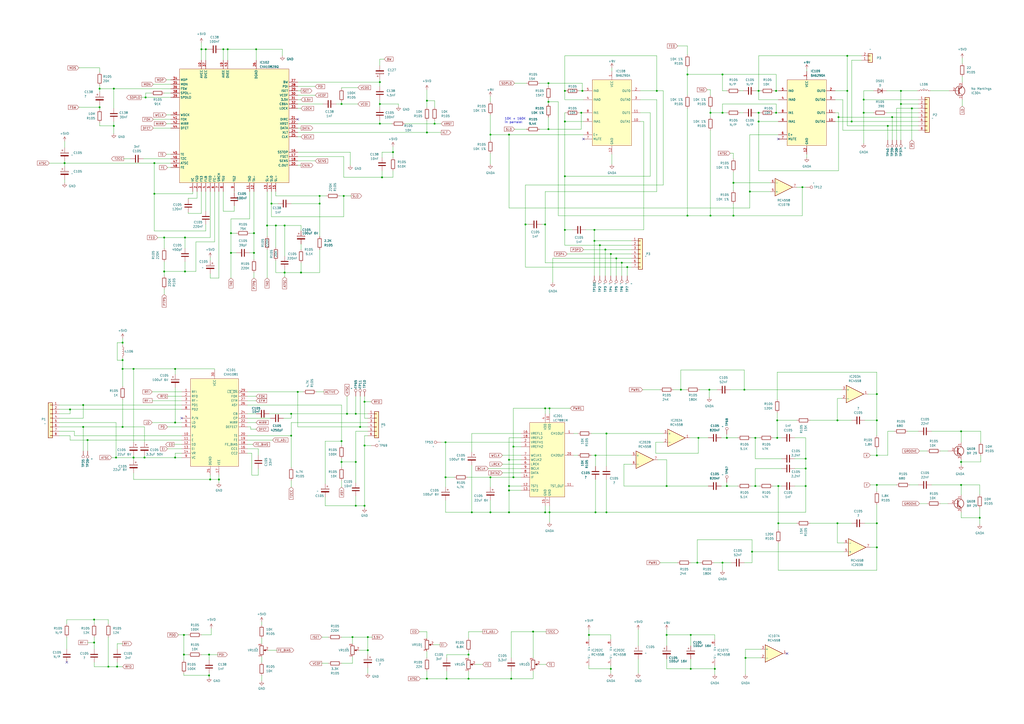
<source format=kicad_sch>
(kicad_sch (version 20230121) (generator eeschema)
  (paper "A2")
  (title_block (date "2023-11-01") (rev "1.0") (comment 1 "Reverse engineered from original PWA-3285-A board by Cosam") (comment 3 "WORK IN PROGRESS"))
  (junction (at 48.26 234.95))
  (junction (at 327.66 70.485))
  (junction (at 344.805 133.35))
  (junction (at 106.68 379.73))
  (junction (at 165.1 158.115))
  (junction (at 360.68 152.4))
  (junction (at 451.485 303.53))
  (junction (at 450.85 254))
  (junction (at 419.1 326.39))
  (junction (at 467.36 281.94))
  (junction (at 50.8 255.27))
  (junction (at 101.6 245.11))
  (junction (at 491.49 32.385))
  (junction (at 386.715 281.94))
  (junction (at 66.04 51.435))
  (junction (at 517.525 67.945))
  (junction (at 508.635 264.16))
  (junction (at 440.055 65.405))
  (junction (at 425.45 106.045))
  (junction (at 198.12 60.325))
  (junction (at 101.6 265.43))
  (junction (at 318.135 74.93))
  (junction (at 398.78 125.095))
  (junction (at 71.12 198.755))
  (junction (at 501.015 65.405))
  (junction (at 295.275 297.18))
  (junction (at 394.97 226.06))
  (junction (at 259.08 393.7))
  (junction (at 95.25 137.795))
  (junction (at 419.1 43.18))
  (junction (at 309.245 366.395))
  (junction (at 252.095 71.755))
  (junction (at 132.08 28.575))
  (junction (at 71.12 247.65))
  (junction (at 386.715 368.3))
  (junction (at 206.375 267.97))
  (junction (at 421.64 254))
  (junction (at 434.975 111.125))
  (junction (at 258.445 276.86))
  (junction (at 247.65 58.42))
  (junction (at 400.685 387.985))
  (junction (at 67.31 265.43))
  (junction (at 522.605 60.325))
  (junction (at 201.295 240.03))
  (junction (at 133.985 135.255))
  (junction (at 54.61 372.745))
  (junction (at 316.23 297.18))
  (junction (at 40.64 237.49))
  (junction (at 467.36 266.065))
  (junction (at 213.36 369.57))
  (junction (at 154.94 130.81))
  (junction (at 486.41 67.945))
  (junction (at 297.815 276.86))
  (junction (at 116.84 28.575))
  (junction (at 133.985 146.685))
  (junction (at 295.275 284.48))
  (junction (at 284.48 78.105))
  (junction (at 296.545 393.7))
  (junction (at 160.02 130.81))
  (junction (at 491.49 52.705))
  (junction (at 318.77 297.18))
  (junction (at 357.505 149.86))
  (junction (at 404.495 326.39))
  (junction (at 295.275 266.7))
  (junction (at 77.47 265.43))
  (junction (at 363.855 154.94))
  (junction (at 341.63 368.3))
  (junction (at 54.61 359.41))
  (junction (at 213.36 377.19))
  (junction (at 508.635 303.53))
  (junction (at 345.44 297.18))
  (junction (at 318.77 236.855))
  (junction (at 412.115 125.095))
  (junction (at 419.1 65.405))
  (junction (at 57.785 62.23))
  (junction (at 157.48 118.11))
  (junction (at 199.39 113.665))
  (junction (at 450.215 52.705))
  (junction (at 273.685 297.18))
  (junction (at 485.775 303.53))
  (junction (at 450.215 65.405))
  (junction (at 62.865 386.715))
  (junction (at 351.79 251.46))
  (junction (at 57.785 51.435))
  (junction (at 101.6 213.995))
  (junction (at 337.185 65.405))
  (junction (at 95.25 157.48))
  (junction (at 522.605 52.705))
  (junction (at 347.98 142.24))
  (junction (at 67.945 386.715))
  (junction (at 412.115 65.405))
  (junction (at 432.435 381.635))
  (junction (at 66.04 73.025))
  (junction (at 271.78 393.7))
  (junction (at 106.68 368.3))
  (junction (at 528.955 62.865))
  (junction (at 165.1 130.81))
  (junction (at 316.23 130.175))
  (junction (at 168.91 240.03))
  (junction (at 121.92 278.13))
  (junction (at 414.655 387.985))
  (junction (at 297.815 259.08))
  (junction (at 431.8 226.06))
  (junction (at 467.36 271.78))
  (junction (at 318.135 59.055))
  (junction (at 508.635 243.84))
  (junction (at 451.485 281.94))
  (junction (at 501.015 57.785))
  (junction (at 344.805 139.7))
  (junction (at 211.455 233.045))
  (junction (at 465.455 108.585))
  (junction (at 211.455 293.37))
  (junction (at 129.54 28.575))
  (junction (at 327.66 102.235))
  (junction (at 121.285 391.795))
  (junction (at 438.15 281.94))
  (junction (at 411.48 226.06))
  (junction (at 354.33 387.985))
  (junction (at 557.53 250.19))
  (junction (at 440.055 70.485))
  (junction (at 206.375 240.03))
  (junction (at 89.535 94.615))
  (junction (at 71.12 208.915))
  (junction (at 327.66 52.705))
  (junction (at 221.615 102.87))
  (junction (at 147.32 135.255))
  (junction (at 271.78 379.73))
  (junction (at 77.47 213.995))
  (junction (at 557.53 267.97))
  (junction (at 174.625 158.115))
  (junction (at 345.44 264.16))
  (junction (at 425.45 125.095))
  (junction (at 400.685 368.3))
  (junction (at 89.535 112.395))
  (junction (at 436.245 320.04))
  (junction (at 557.53 281.305))
  (junction (at 354.33 147.32))
  (junction (at 172.72 227.33))
  (junction (at 247.65 393.7))
  (junction (at 438.15 254))
  (junction (at 508.635 281.305))
  (junction (at 204.47 369.57))
  (junction (at 247.65 76.835))
  (junction (at 316.23 236.855))
  (junction (at 494.03 70.485))
  (junction (at 71.12 213.995))
  (junction (at 227.965 88.265))
  (junction (at 198.12 255.905))
  (junction (at 421.64 281.94))
  (junction (at 398.78 43.18))
  (junction (at 220.345 47.625))
  (junction (at 508.635 228.6))
  (junction (at 327.66 133.35))
  (junction (at 119.38 28.575))
  (junction (at 84.455 56.515))
  (junction (at 37.465 94.615))
  (junction (at 147.32 146.685))
  (junction (at 220.345 71.755))
  (junction (at 48.26 247.65))
  (junction (at 258.445 256.54))
  (junction (at 508.635 317.5))
  (junction (at 208.915 247.65))
  (junction (at 148.59 28.575))
  (junction (at 107.315 137.795))
  (junction (at 351.79 297.18))
  (junction (at 121.285 379.73))
  (junction (at 211.455 258.445))
  (junction (at 351.155 144.78))
  (junction (at 295.275 78.105))
  (junction (at 168.91 252.73))
  (junction (at 220.345 60.325))
  (junction (at 440.055 52.705))
  (junction (at 405.13 254))
  (junction (at 485.775 243.84))
  (junction (at 450.85 243.84))
  (junction (at 318.135 48.26))
  (junction (at 206.375 293.37))
  (junction (at 304.8 130.175))
  (junction (at 284.48 297.18))
  (junction (at 568.325 300.355))
  (junction (at 83.82 265.43))
  (junction (at 514.985 73.025))
  (junction (at 337.82 52.705))
  (junction (at 185.42 118.11))
  (junction (at 284.48 276.86))
  (junction (at 127 278.13))
  (junction (at 198.12 267.97))
  (junction (at 185.42 113.665))
  (junction (at 295.275 281.94))
  (junction (at 381 52.705))
  (junction (at 107.315 157.48))
  (no_connect (at 105.41 242.57))
  (no_connect (at 172.72 69.215))
  (no_connect (at 456.565 379.095))
  (no_connect (at 38.735 384.175))
  (no_connect (at 451.485 80.645))
  (no_connect (at 338.455 80.645))
  (wire (pts (xy 77.47 265.43) (xy 83.82 265.43)))
  (wire (pts (xy 168.91 240.03) (xy 168.91 242.57)))
  (wire (pts (xy 398.145 226.06) (xy 394.97 226.06)))
  (wire (pts (xy 77.47 278.13) (xy 121.92 278.13)))
  (wire (pts (xy 213.36 369.57) (xy 215.9 369.57)))
  (wire (pts (xy 34.29 252.73) (xy 40.64 252.73)))
  (wire (pts (xy 271.78 393.7) (xy 296.545 393.7)))
  (wire (pts (xy 341.63 387.985) (xy 354.33 387.985)))
  (wire (pts (xy 168.91 252.73) (xy 168.91 271.145)))
  (wire (pts (xy 121.285 391.795) (xy 121.285 393.065)))
  (wire (pts (xy 517.525 67.945) (xy 532.765 67.945)))
  (wire (pts (xy 54.61 359.41) (xy 38.735 359.41)))
  (wire (pts (xy 450.85 243.84) (xy 462.28 243.84)))
  (wire (pts (xy 421.64 251.968) (xy 421.64 254)))
  (wire (pts (xy 77.47 265.43) (xy 77.47 266.7)))
  (wire (pts (xy 568.96 250.19) (xy 568.96 256.54)))
  (wire (pts (xy 198.12 59.055) (xy 198.12 60.325)))
  (wire (pts (xy 467.36 271.78) (xy 461.01 271.78)))
  (wire (pts (xy 172.72 88.265) (xy 203.2 88.265)))
  (wire (pts (xy 327.66 57.785) (xy 338.455 57.785)))
  (wire (pts (xy 43.18 250.19) (xy 43.18 252.73)))
  (wire (pts (xy 119.38 130.175) (xy 119.38 133.985)))
  (wire (pts (xy 532.765 75.565) (xy 488.95 75.565)))
  (wire (pts (xy 438.785 65.405) (xy 440.055 65.405)))
  (wire (pts (xy 486.41 67.945) (xy 486.41 65.405)))
  (wire (pts (xy 160.02 130.81) (xy 160.02 143.51)))
  (wire (pts (xy 273.685 251.46) (xy 273.685 262.255)))
  (wire (pts (xy 421.64 254) (xy 427.99 254)))
  (wire (pts (xy 508.635 317.5) (xy 508.635 330.835)))
  (wire (pts (xy 258.445 276.86) (xy 258.445 282.575)))
  (wire (pts (xy 66.04 77.47) (xy 66.04 73.025)))
  (wire (pts (xy 227.965 88.265) (xy 221.615 88.265)))
  (wire (pts (xy 501.015 57.785) (xy 532.765 57.785)))
  (wire (pts (xy 302.26 259.08) (xy 297.815 259.08)))
  (wire (pts (xy 532.765 73.025) (xy 514.985 73.025)))
  (wire (pts (xy 461.01 281.94) (xy 467.36 281.94)))
  (wire (pts (xy 96.52 66.675) (xy 99.06 66.675)))
  (wire (pts (xy 211.455 293.37) (xy 206.375 293.37)))
  (wire (pts (xy 154.94 111.125) (xy 154.94 130.81)))
  (wire (pts (xy 77.47 264.16) (xy 77.47 265.43)))
  (wire (pts (xy 106.68 379.73) (xy 106.68 382.905)))
  (wire (pts (xy 304.8 130.175) (xy 304.8 154.94)))
  (wire (pts (xy 295.275 120.65) (xy 434.975 120.65)))
  (wire (pts (xy 327.66 65.405) (xy 328.295 65.405)))
  (wire (pts (xy 71.12 198.755) (xy 67.945 198.755)))
  (wire (pts (xy 247.65 62.23) (xy 247.65 58.42)))
  (wire (pts (xy 38.735 359.41) (xy 38.735 361.95)))
  (wire (pts (xy 105.41 265.43) (xy 101.6 265.43)))
  (wire (pts (xy 557.53 281.305) (xy 557.53 287.02)))
  (wire (pts (xy 419.1 43.18) (xy 419.1 52.705)))
  (wire (pts (xy 298.45 74.93) (xy 305.435 74.93)))
  (wire (pts (xy 188.595 255.905) (xy 188.595 280.67)))
  (wire (pts (xy 313.055 74.93) (xy 318.135 74.93)))
  (wire (pts (xy 304.8 130.175) (xy 304.8 107.315)))
  (wire (pts (xy 106.68 391.795) (xy 106.68 390.525)))
  (wire (pts (xy 271.78 379.73) (xy 271.78 381.635)))
  (wire (pts (xy 438.15 271.78) (xy 438.15 281.94)))
  (wire (pts (xy 124.46 213.995) (xy 101.6 213.995)))
  (wire (pts (xy 386.715 368.3) (xy 386.715 374.65)))
  (wire (pts (xy 504.825 281.305) (xy 508.635 281.305)))
  (wire (pts (xy 467.36 108.585) (xy 465.455 108.585)))
  (wire (pts (xy 419.1 43.18) (xy 450.215 43.18)))
  (wire (pts (xy 295.275 297.18) (xy 316.23 297.18)))
  (wire (pts (xy 132.08 28.575) (xy 132.08 34.925)))
  (wire (pts (xy 318.77 297.18) (xy 318.77 302.895)))
  (wire (pts (xy 188.595 255.905) (xy 198.12 255.905)))
  (wire (pts (xy 186.69 384.81) (xy 190.5 384.81)))
  (wire (pts (xy 204.47 369.57) (xy 204.47 373.38)))
  (wire (pts (xy 398.78 43.18) (xy 398.78 55.245)))
  (wire (pts (xy 284.48 78.105) (xy 284.48 81.28)))
  (wire (pts (xy 172.72 74.295) (xy 174.625 74.295)))
  (wire (pts (xy 101.6 213.995) (xy 101.6 217.17)))
  (wire (pts (xy 37.465 94.615) (xy 37.465 96.52)))
  (wire (pts (xy 121.92 158.75) (xy 121.92 161.29)))
  (wire (pts (xy 28.575 94.615) (xy 37.465 94.615)))
  (wire (pts (xy 206.375 280.035) (xy 206.375 267.97)))
  (wire (pts (xy 198.12 278.765) (xy 198.12 282.575)))
  (wire (pts (xy 491.49 52.705) (xy 491.49 32.385)))
  (wire (pts (xy 89.535 94.615) (xy 99.06 94.615)))
  (wire (pts (xy 425.45 125.095) (xy 425.45 118.11)))
  (wire (pts (xy 434.975 78.105) (xy 434.975 111.125)))
  (wire (pts (xy 423.545 88.9) (xy 425.45 88.9)))
  (wire (pts (xy 122.555 368.3) (xy 122.555 364.49)))
  (wire (pts (xy 451.485 330.835) (xy 508.635 330.835)))
  (wire (pts (xy 213.36 250.19) (xy 206.375 250.19)))
  (wire (pts (xy 149.86 271.78) (xy 149.86 275.59)))
  (wire (pts (xy 316.23 152.4) (xy 316.23 130.175)))
  (wire (pts (xy 419.1 60.325) (xy 419.1 65.405)))
  (wire (pts (xy 557.53 267.97) (xy 568.96 267.97)))
  (wire (pts (xy 467.36 266.065) (xy 461.01 266.065)))
  (wire (pts (xy 128.27 28.575) (xy 129.54 28.575)))
  (wire (pts (xy 451.485 281.94) (xy 451.485 303.53)))
  (wire (pts (xy 206.375 250.19) (xy 206.375 267.97)))
  (wire (pts (xy 371.475 65.405) (xy 377.19 65.405)))
  (wire (pts (xy 434.975 111.125) (xy 447.04 111.125)))
  (wire (pts (xy 174.625 158.115) (xy 185.42 158.115)))
  (wire (pts (xy 528.955 62.865) (xy 532.765 62.865)))
  (wire (pts (xy 380.365 262.89) (xy 405.13 262.89)))
  (wire (pts (xy 418.465 281.94) (xy 421.64 281.94)))
  (wire (pts (xy 450.85 243.84) (xy 450.85 239.395)))
  (wire (pts (xy 514.35 65.405) (xy 532.765 65.405)))
  (wire (pts (xy 306.705 130.175) (xy 304.8 130.175)))
  (wire (pts (xy 341.63 365.125) (xy 341.63 368.3)))
  (wire (pts (xy 539.75 52.705) (xy 550.545 52.705)))
  (wire (pts (xy 540.385 281.305) (xy 557.53 281.305)))
  (wire (pts (xy 247.65 393.7) (xy 247.65 389.255)))
  (wire (pts (xy 438.15 266.065) (xy 438.15 254)))
  (wire (pts (xy 533.4 292.1) (xy 537.845 292.1)))
  (wire (pts (xy 435.61 281.94) (xy 438.15 281.94)))
  (wire (pts (xy 347.98 142.24) (xy 347.98 160.02)))
  (wire (pts (xy 247.65 69.85) (xy 247.65 76.835)))
  (wire (pts (xy 96.52 89.535) (xy 99.06 89.535)))
  (wire (pts (xy 81.915 56.515) (xy 84.455 56.515)))
  (wire (pts (xy 198.12 267.97) (xy 198.12 271.145)))
  (wire (pts (xy 62.865 359.41) (xy 54.61 359.41)))
  (wire (pts (xy 40.64 237.49) (xy 105.41 237.49)))
  (wire (pts (xy 380.365 256.54) (xy 380.365 262.89)))
  (wire (pts (xy 431.8 226.06) (xy 488.315 226.06)))
  (wire (pts (xy 424.18 326.39) (xy 419.1 326.39)))
  (wire (pts (xy 258.445 297.18) (xy 273.685 297.18)))
  (wire (pts (xy 412.115 65.405) (xy 419.1 65.405)))
  (wire (pts (xy 160.02 113.665) (xy 185.42 113.665)))
  (wire (pts (xy 143.51 260.35) (xy 149.86 260.35)))
  (wire (pts (xy 316.23 130.175) (xy 314.325 130.175)))
  (wire (pts (xy 220.345 38.1) (xy 220.345 34.29)))
  (wire (pts (xy 119.38 133.985) (xy 89.535 133.985)))
  (wire (pts (xy 99.06 56.515) (xy 84.455 56.515)))
  (wire (pts (xy 34.29 242.57) (xy 48.26 242.57)))
  (wire (pts (xy 175.895 227.33) (xy 172.72 227.33)))
  (wire (pts (xy 361.95 269.24) (xy 361.95 281.94)))
  (wire (pts (xy 133.985 135.255) (xy 137.16 135.255)))
  (wire (pts (xy 143.51 227.33) (xy 172.72 227.33)))
  (wire (pts (xy 405.13 254) (xy 405.13 262.89)))
  (wire (pts (xy 568.325 294.64) (xy 568.325 300.355)))
  (wire (pts (xy 213.36 377.19) (xy 213.36 369.57)))
  (wire (pts (xy 514.985 73.025) (xy 491.49 73.025)))
  (wire (pts (xy 198.12 266.065) (xy 198.12 267.97)))
  (wire (pts (xy 351.79 297.18) (xy 345.44 297.18)))
  (wire (pts (xy 83.82 247.65) (xy 83.82 256.54)))
  (wire (pts (xy 412.115 52.07) (xy 412.115 55.245)))
  (wire (pts (xy 71.12 208.915) (xy 71.12 213.995)))
  (wire (pts (xy 297.815 259.08) (xy 297.815 236.855)))
  (wire (pts (xy 557.53 250.19) (xy 568.96 250.19)))
  (wire (pts (xy 97.155 229.87) (xy 105.41 229.87)))
  (wire (pts (xy 172.72 227.33) (xy 172.72 247.65)))
  (wire (pts (xy 160.02 151.13) (xy 160.02 158.115)))
  (wire (pts (xy 172.72 52.705) (xy 174.625 52.705)))
  (wire (pts (xy 165.1 158.115) (xy 165.1 160.655)))
  (wire (pts (xy 366.395 269.24) (xy 361.95 269.24)))
  (wire (pts (xy 109.22 114.935) (xy 114.3 114.935)))
  (wire (pts (xy 291.465 264.16) (xy 302.26 264.16)))
  (wire (pts (xy 517.525 67.945) (xy 517.525 81.28)))
  (wire (pts (xy 220.345 60.325) (xy 220.345 62.23)))
  (wire (pts (xy 316.23 236.855) (xy 318.77 236.855)))
  (wire (pts (xy 295.275 266.7) (xy 302.26 266.7)))
  (wire (pts (xy 172.72 50.165) (xy 182.88 50.165)))
  (wire (pts (xy 557.53 250.19) (xy 557.53 256.54)))
  (wire (pts (xy 400.685 387.985) (xy 414.655 387.985)))
  (wire (pts (xy 227.965 85.09) (xy 227.965 88.265)))
  (wire (pts (xy 198.12 255.905) (xy 198.12 234.95)))
  (wire (pts (xy 405.13 254) (xy 410.845 254)))
  (wire (pts (xy 88.9 74.295) (xy 99.06 74.295)))
  (wire (pts (xy 147.32 135.255) (xy 144.78 135.255)))
  (wire (pts (xy 208.915 247.65) (xy 208.915 229.87)))
  (wire (pts (xy 116.84 34.925) (xy 116.84 28.575)))
  (wire (pts (xy 57.785 39.37) (xy 45.72 39.37)))
  (wire (pts (xy 183.515 227.33) (xy 187.96 227.33)))
  (wire (pts (xy 394.97 214.63) (xy 431.8 214.63)))
  (wire (pts (xy 451.485 303.53) (xy 451.485 307.34)))
  (wire (pts (xy 54.61 386.715) (xy 62.865 386.715)))
  (wire (pts (xy 429.26 52.705) (xy 431.165 52.705)))
  (wire (pts (xy 485.775 314.96) (xy 489.585 314.96)))
  (wire (pts (xy 220.345 34.29) (xy 222.885 34.29)))
  (wire (pts (xy 448.31 281.94) (xy 451.485 281.94)))
  (wire (pts (xy 434.975 111.125) (xy 434.975 120.65)))
  (wire (pts (xy 354.965 39.37) (xy 354.965 41.275)))
  (wire (pts (xy 157.48 111.125) (xy 157.48 118.11)))
  (wire (pts (xy 37.465 93.345) (xy 37.465 94.615)))
  (wire (pts (xy 71.12 247.65) (xy 83.82 247.65)))
  (wire (pts (xy 558.165 61.595) (xy 558.165 57.785)))
  (wire (pts (xy 172.72 60.325) (xy 187.325 60.325)))
  (wire (pts (xy 568.325 300.355) (xy 557.53 300.355)))
  (wire (pts (xy 247.65 76.835) (xy 255.905 76.835)))
  (wire (pts (xy 284.48 88.9) (xy 284.48 95.25)))
  (wire (pts (xy 335.915 52.705) (xy 337.82 52.705)))
  (wire (pts (xy 143.51 240.03) (xy 148.59 240.03)))
  (wire (pts (xy 309.245 366.395) (xy 296.545 366.395)))
  (wire (pts (xy 198.12 51.435) (xy 198.12 50.8)))
  (wire (pts (xy 296.545 393.7) (xy 309.245 393.7)))
  (wire (pts (xy 71.12 213.995) (xy 71.12 224.155)))
  (wire (pts (xy 377.19 65.405) (xy 377.19 102.235)))
  (wire (pts (xy 296.545 389.255) (xy 296.545 393.7)))
  (wire (pts (xy 172.72 57.785) (xy 174.625 57.785)))
  (wire (pts (xy 121.92 275.59) (xy 121.92 278.13)))
  (wire (pts (xy 95.25 157.48) (xy 107.315 157.48)))
  (wire (pts (xy 295.275 78.105) (xy 338.455 78.105)))
  (wire (pts (xy 414.655 368.3) (xy 414.655 370.84)))
  (wire (pts (xy 66.04 70.485) (xy 66.04 73.025)))
  (wire (pts (xy 71.12 373.38) (xy 67.945 373.38)))
  (wire (pts (xy 43.18 252.73) (xy 105.41 252.73)))
  (wire (pts (xy 154.94 130.81) (xy 160.02 130.81)))
  (wire (pts (xy 198.12 369.57) (xy 204.47 369.57)))
  (wire (pts (xy 151.765 391.795) (xy 151.765 394.97)))
  (wire (pts (xy 37.465 81.915) (xy 37.465 85.725)))
  (wire (pts (xy 467.36 266.065) (xy 467.36 271.78)))
  (wire (pts (xy 40.64 255.27) (xy 50.8 255.27)))
  (wire (pts (xy 527.685 281.305) (xy 532.765 281.305)))
  (wire (pts (xy 284.48 297.18) (xy 295.275 297.18)))
  (wire (pts (xy 271.78 393.7) (xy 271.78 389.255)))
  (wire (pts (xy 201.295 240.03) (xy 206.375 240.03)))
  (wire (pts (xy 327.66 102.235) (xy 327.66 70.485)))
  (wire (pts (xy 508.635 303.53) (xy 501.65 303.53)))
  (wire (pts (xy 208.915 247.65) (xy 213.36 247.65)))
  (wire (pts (xy 419.1 65.405) (xy 421.64 65.405)))
  (wire (pts (xy 284.48 66.675) (xy 284.48 78.105)))
  (wire (pts (xy 327.66 133.35) (xy 327.66 102.235)))
  (wire (pts (xy 533.4 261.62) (xy 537.845 261.62)))
  (wire (pts (xy 421.64 279.908) (xy 421.64 281.94)))
  (wire (pts (xy 194.945 60.325) (xy 198.12 60.325)))
  (wire (pts (xy 370.205 382.27) (xy 370.205 390.525)))
  (wire (pts (xy 34.29 237.49) (xy 40.64 237.49)))
  (wire (pts (xy 67.31 245.11) (xy 67.31 265.43)))
  (wire (pts (xy 198.12 60.325) (xy 207.645 60.325)))
  (wire (pts (xy 145.415 248.92) (xy 148.59 248.92)))
  (wire (pts (xy 129.54 28.575) (xy 132.08 28.575)))
  (wire (pts (xy 328.93 147.32) (xy 354.33 147.32)))
  (wire (pts (xy 410.21 52.07) (xy 412.115 52.07)))
  (wire (pts (xy 467.36 254) (xy 467.36 266.065)))
  (wire (pts (xy 48.26 247.65) (xy 71.12 247.65)))
  (wire (pts (xy 316.23 297.18) (xy 318.77 297.18)))
  (wire (pts (xy 297.815 276.86) (xy 297.815 259.08)))
  (wire (pts (xy 384.81 52.705) (xy 384.81 107.315)))
  (wire (pts (xy 273.685 297.18) (xy 273.685 269.875)))
  (wire (pts (xy 107.315 157.48) (xy 113.665 157.48)))
  (wire (pts (xy 57.785 49.53) (xy 57.785 51.435)))
  (wire (pts (xy 357.505 149.86) (xy 366.395 149.86)))
  (wire (pts (xy 174.625 152.4) (xy 174.625 158.115)))
  (wire (pts (xy 398.78 43.18) (xy 419.1 43.18)))
  (wire (pts (xy 522.605 60.325) (xy 522.605 81.28)))
  (wire (pts (xy 258.445 290.195) (xy 258.445 297.18)))
  (wire (pts (xy 124.46 140.335) (xy 124.46 111.125)))
  (wire (pts (xy 148.59 34.925) (xy 148.59 28.575)))
  (wire (pts (xy 431.8 214.63) (xy 431.8 226.06)))
  (wire (pts (xy 414.655 387.985) (xy 414.655 391.16)))
  (wire (pts (xy 247.65 52.07) (xy 247.65 58.42)))
  (wire (pts (xy 172.72 93.345) (xy 182.88 93.345)))
  (wire (pts (xy 400.685 368.3) (xy 400.685 374.65)))
  (wire (pts (xy 345.44 297.18) (xy 318.77 297.18)))
  (wire (pts (xy 95.25 151.765) (xy 95.25 157.48)))
  (wire (pts (xy 345.44 278.13) (xy 345.44 297.18)))
  (wire (pts (xy 320.675 163.83) (xy 320.675 149.86)))
  (wire (pts (xy 234.95 71.755) (xy 252.095 71.755)))
  (wire (pts (xy 522.605 52.705) (xy 522.605 60.325)))
  (wire (pts (xy 206.375 287.655) (xy 206.375 293.37)))
  (wire (pts (xy 211.455 258.445) (xy 211.455 293.37)))
  (wire (pts (xy 545.465 292.1) (xy 549.91 292.1)))
  (wire (pts (xy 71.12 196.215) (xy 71.12 198.755)))
  (wire (pts (xy 485.775 243.84) (xy 494.03 243.84)))
  (wire (pts (xy 351.155 144.78) (xy 366.395 144.78)))
  (wire (pts (xy 337.185 65.405) (xy 337.185 74.93)))
  (wire (pts (xy 354.33 368.3) (xy 354.33 370.84)))
  (wire (pts (xy 185.42 113.665) (xy 185.42 118.11)))
  (wire (pts (xy 113.665 140.335) (xy 113.665 157.48)))
  (wire (pts (xy 148.59 28.575) (xy 163.83 28.575)))
  (wire (pts (xy 318.135 59.055) (xy 323.85 59.055)))
  (wire (pts (xy 309.245 366.395) (xy 316.865 366.395)))
  (wire (pts (xy 57.785 60.96) (xy 57.785 62.23)))
  (wire (pts (xy 485.775 303.53) (xy 494.03 303.53)))
  (wire (pts (xy 143.51 229.87) (xy 148.59 229.87)))
  (wire (pts (xy 143.51 242.57) (xy 156.845 242.57)))
  (wire (pts (xy 528.955 81.28) (xy 528.955 62.865)))
  (wire (pts (xy 295.275 254) (xy 295.275 266.7)))
  (wire (pts (xy 116.84 368.3) (xy 122.555 368.3)))
  (wire (pts (xy 243.84 393.7) (xy 247.65 393.7)))
  (wire (pts (xy 143.51 245.11) (xy 148.59 245.11)))
  (wire (pts (xy 393.065 326.39) (xy 382.905 326.39)))
  (wire (pts (xy 156.21 240.03) (xy 168.91 240.03)))
  (wire (pts (xy 557.53 267.97) (xy 557.53 269.875)))
  (wire (pts (xy 54.61 376.555) (xy 54.61 372.745)))
  (wire (pts (xy 165.1 158.115) (xy 174.625 158.115)))
  (wire (pts (xy 295.275 284.48) (xy 302.26 284.48)))
  (wire (pts (xy 313.055 48.26) (xy 318.135 48.26)))
  (wire (pts (xy 419.1 326.39) (xy 414.02 326.39)))
  (wire (pts (xy 370.205 365.125) (xy 370.205 374.65)))
  (wire (pts (xy 488.315 231.14) (xy 485.775 231.14)))
  (wire (pts (xy 273.685 297.18) (xy 284.48 297.18)))
  (wire (pts (xy 37.465 104.14) (xy 37.465 106.045)))
  (wire (pts (xy 351.79 251.46) (xy 351.79 270.51)))
  (wire (pts (xy 95.25 167.64) (xy 95.25 170.815)))
  (wire (pts (xy 109.22 123.825) (xy 109.22 123.19)))
  (wire (pts (xy 327.66 142.24) (xy 327.66 133.35)))
  (wire (pts (xy 341.63 368.3) (xy 341.63 370.84)))
  (wire (pts (xy 404.495 326.39) (xy 400.685 326.39)))
  (wire (pts (xy 168.91 118.11) (xy 185.42 118.11)))
  (wire (pts (xy 526.415 250.19) (xy 532.765 250.19)))
  (wire (pts (xy 316.23 293.37) (xy 316.23 297.18)))
  (wire (pts (xy 151.765 381) (xy 151.765 384.175)))
  (wire (pts (xy 558.165 33.655) (xy 558.165 36.83)))
  (wire (pts (xy 103.505 368.3) (xy 106.68 368.3)))
  (wire (pts (xy 354.33 147.32) (xy 354.33 160.02)))
  (wire (pts (xy 119.38 28.575) (xy 120.65 28.575)))
  (wire (pts (xy 381 111.125) (xy 381 57.785)))
  (wire (pts (xy 89.535 112.395) (xy 89.535 133.985)))
  (wire (pts (xy 133.985 146.685) (xy 137.16 146.685)))
  (wire (pts (xy 220.345 60.325) (xy 231.14 60.325)))
  (wire (pts (xy 57.785 71.12) (xy 57.785 73.025)))
  (wire (pts (xy 332.74 264.16) (xy 335.28 264.16)))
  (wire (pts (xy 520.065 62.865) (xy 528.955 62.865)))
  (wire (pts (xy 48.26 247.65) (xy 48.26 261.62)))
  (wire (pts (xy 425.45 88.9) (xy 425.45 92.075)))
  (wire (pts (xy 467.995 89.535) (xy 467.995 91.44)))
  (wire (pts (xy 204.47 384.81) (xy 204.47 381)))
  (wire (pts (xy 48.26 234.95) (xy 48.26 242.57)))
  (wire (pts (xy 243.205 366.395) (xy 247.65 366.395)))
  (wire (pts (xy 400.685 382.27) (xy 400.685 387.985)))
  (wire (pts (xy 198.12 384.81) (xy 204.47 384.81)))
  (wire (pts (xy 440.055 70.485) (xy 440.055 65.405)))
  (wire (pts (xy 168.91 245.11) (xy 213.36 245.11)))
  (wire (pts (xy 488.95 57.785) (xy 484.505 57.785)))
  (wire (pts (xy 435.61 254) (xy 438.15 254)))
  (wire (pts (xy 220.345 47.625) (xy 220.345 50.165)))
  (wire (pts (xy 208.28 377.19) (xy 213.36 377.19)))
  (wire (pts (xy 486.41 65.405) (xy 484.505 65.405)))
  (wire (pts (xy 412.115 75.565) (xy 412.115 125.095)))
  (wire (pts (xy 89.535 94.615) (xy 89.535 112.395)))
  (wire (pts (xy 421.64 281.94) (xy 427.99 281.94)))
  (wire (pts (xy 451.485 303.53) (xy 462.28 303.53)))
  (wire (pts (xy 465.455 108.585) (xy 465.455 125.095)))
  (wire (pts (xy 160.02 158.115) (xy 165.1 158.115)))
  (wire (pts (xy 318.135 67.945) (xy 318.135 74.93)))
  (wire (pts (xy 425.45 106.045) (xy 447.04 106.045)))
  (wire (pts (xy 485.775 303.53) (xy 485.775 314.96)))
  (wire (pts (xy 133.985 135.255) (xy 133.985 146.685)))
  (wire (pts (xy 384.81 52.705) (xy 381 52.705)))
  (wire (pts (xy 431.8 226.06) (xy 423.545 226.06)))
  (wire (pts (xy 440.055 52.705) (xy 440.055 57.785)))
  (wire (pts (xy 165.1 130.81) (xy 174.625 130.81)))
  (wire (pts (xy 172.72 55.245) (xy 182.88 55.245)))
  (wire (pts (xy 227.965 102.87) (xy 227.965 99.06)))
  (wire (pts (xy 40.64 240.03) (xy 34.29 240.03)))
  (wire (pts (xy 211.455 233.045) (xy 215.265 233.045)))
  (wire (pts (xy 327.66 70.485) (xy 338.455 70.485)))
  (wire (pts (xy 151.765 360.68) (xy 151.765 362.585)))
  (wire (pts (xy 316.23 111.125) (xy 316.23 130.175)))
  (wire (pts (xy 158.115 255.27) (xy 143.51 255.27)))
  (wire (pts (xy 71.12 198.755) (xy 71.12 200.025)))
  (wire (pts (xy 419.1 326.39) (xy 419.1 330.835)))
  (wire (pts (xy 188.595 293.37) (xy 206.375 293.37)))
  (wire (pts (xy 258.445 276.86) (xy 263.525 276.86)))
  (wire (pts (xy 213.36 387.35) (xy 213.36 390.525)))
  (wire (pts (xy 494.03 70.485) (xy 494.03 34.925)))
  (wire (pts (xy 88.265 232.41) (xy 105.41 232.41)))
  (wire (pts (xy 406.4 326.39) (xy 404.495 326.39)))
  (wire (pts (xy 124.46 213.995) (xy 124.46 214.63)))
  (wire (pts (xy 344.805 139.7) (xy 344.805 160.02)))
  (wire (pts (xy 297.815 236.855) (xy 316.23 236.855)))
  (wire (pts (xy 221.615 102.87) (xy 227.965 102.87)))
  (wire (pts (xy 284.48 78.105) (xy 295.275 78.105)))
  (wire (pts (xy 450.215 60.325) (xy 419.1 60.325)))
  (wire (pts (xy 109.22 114.935) (xy 109.22 115.57)))
  (wire (pts (xy 484.505 70.485) (xy 494.03 70.485)))
  (wire (pts (xy 441.325 376.555) (xy 432.435 376.555)))
  (wire (pts (xy 366.395 264.16) (xy 345.44 264.16)))
  (wire (pts (xy 121.92 111.125) (xy 121.92 137.795)))
  (wire (pts (xy 361.95 281.94) (xy 386.715 281.94)))
  (wire (pts (xy 95.25 157.48) (xy 95.25 160.02)))
  (wire (pts (xy 271.78 377.825) (xy 271.78 379.73)))
  (wire (pts (xy 71.12 386.715) (xy 67.945 386.715)))
  (wire (pts (xy 97.155 247.65) (xy 105.41 247.65)))
  (wire (pts (xy 508.635 243.84) (xy 508.635 228.6)))
  (wire (pts (xy 436.245 326.39) (xy 431.8 326.39)))
  (wire (pts (xy 371.475 70.485) (xy 373.38 70.485)))
  (wire (pts (xy 143.51 252.73) (xy 168.91 252.73)))
  (wire (pts (xy 412.115 65.405) (xy 412.115 62.865)))
  (wire (pts (xy 113.665 140.335) (xy 124.46 140.335)))
  (wire (pts (xy 211.455 293.37) (xy 211.455 294.64)))
  (wire (pts (xy 185.42 118.11) (xy 185.42 137.16)))
  (wire (pts (xy 432.435 381.635) (xy 432.435 391.16)))
  (wire (pts (xy 135.89 122.555) (xy 129.54 122.555)))
  (wire (pts (xy 318.135 48.26) (xy 318.135 50.165)))
  (wire (pts (xy 450.85 254) (xy 450.85 243.84)))
  (wire (pts (xy 172.72 95.885) (xy 174.625 95.885)))
  (wire (pts (xy 88.265 227.33) (xy 105.41 227.33)))
  (wire (pts (xy 436.245 320.04) (xy 436.245 326.39)))
  (wire (pts (xy 508.635 215.9) (xy 508.635 228.6)))
  (wire (pts (xy 211.455 242.57) (xy 211.455 233.045)))
  (wire (pts (xy 323.85 59.055) (xy 323.85 125.095)))
  (wire (pts (xy 450.85 231.775) (xy 450.85 215.9)))
  (wire (pts (xy 332.74 251.46) (xy 335.28 251.46)))
  (wire (pts (xy 121.285 391.795) (xy 106.68 391.795)))
  (wire (pts (xy 62.865 361.95) (xy 62.865 359.41)))
  (wire (pts (xy 146.05 275.59) (xy 146.05 262.89)))
  (wire (pts (xy 109.22 123.825) (xy 116.84 123.825)))
  (wire (pts (xy 337.185 65.405) (xy 338.455 65.405)))
  (wire (pts (xy 514.985 73.025) (xy 514.985 81.28)))
  (wire (pts (xy 386.715 266.7) (xy 381.635 266.7)))
  (wire (pts (xy 462.28 108.585) (xy 465.455 108.585)))
  (wire (pts (xy 450.85 215.9) (xy 508.635 215.9)))
  (wire (pts (xy 114.3 114.935) (xy 114.3 111.125)))
  (wire (pts (xy 157.48 118.11) (xy 157.48 125.73)))
  (wire (pts (xy 386.715 387.985) (xy 400.685 387.985)))
  (wire (pts (xy 357.505 149.86) (xy 357.505 160.02)))
  (wire (pts (xy 363.855 154.94) (xy 363.855 160.02)))
  (wire (pts (xy 97.155 97.155) (xy 99.06 97.155)))
  (wire (pts (xy 491.49 73.025) (xy 491.49 52.705)))
  (wire (pts (xy 467.36 271.78) (xy 467.36 281.94)))
  (wire (pts (xy 144.78 111.125) (xy 144.78 127)))
  (wire (pts (xy 48.26 234.95) (xy 105.41 234.95)))
  (wire (pts (xy 135.89 119.38) (xy 135.89 122.555)))
  (wire (pts (xy 95.25 53.975) (xy 99.06 53.975)))
  (wire (pts (xy 508.635 264.16) (xy 514.985 264.16)))
  (wire (pts (xy 147.32 161.29) (xy 147.32 158.115)))
  (wire (pts (xy 504.825 264.16) (xy 508.635 264.16)))
  (wire (pts (xy 351.79 251.46) (xy 384.81 251.46)))
  (wire (pts (xy 275.59 385.445) (xy 280.035 385.445)))
  (wire (pts (xy 557.53 297.18) (xy 557.53 300.355)))
  (wire (pts (xy 168.91 252.73) (xy 168.91 245.11)))
  (wire (pts (xy 360.68 152.4) (xy 360.68 160.02)))
  (wire (pts (xy 467.36 281.94) (xy 467.36 297.18)))
  (wire (pts (xy 147.32 111.125) (xy 147.32 135.255)))
  (wire (pts (xy 121.285 379.73) (xy 126.365 379.73)))
  (wire (pts (xy 366.395 142.24) (xy 347.98 142.24)))
  (wire (pts (xy 448.945 65.405) (xy 450.215 65.405)))
  (wire (pts (xy 335.915 65.405) (xy 337.185 65.405)))
  (wire (pts (xy 363.855 154.94) (xy 366.395 154.94)))
  (wire (pts (xy 501.015 57.785) (xy 501.015 65.405)))
  (wire (pts (xy 414.655 386.08) (xy 414.655 387.985)))
  (wire (pts (xy 400.685 368.3) (xy 414.655 368.3)))
  (wire (pts (xy 206.375 267.97) (xy 198.12 267.97)))
  (wire (pts (xy 514.985 250.19) (xy 518.795 250.19)))
  (wire (pts (xy 121.92 137.795) (xy 107.315 137.795)))
  (wire (pts (xy 147.32 146.685) (xy 147.32 150.495)))
  (wire (pts (xy 45.72 62.23) (xy 57.785 62.23)))
  (wire (pts (xy 295.275 281.94) (xy 295.275 284.48)))
  (wire (pts (xy 341.63 386.08) (xy 341.63 387.985)))
  (wire (pts (xy 133.985 146.685) (xy 133.985 161.29)))
  (wire (pts (xy 198.12 50.8) (xy 207.645 50.8)))
  (wire (pts (xy 62.865 386.715) (xy 67.945 386.715)))
  (wire (pts (xy 145.415 247.65) (xy 145.415 248.92)))
  (wire (pts (xy 351.79 297.18) (xy 467.36 297.18)))
  (wire (pts (xy 304.8 154.94) (xy 363.855 154.94)))
  (wire (pts (xy 54.61 384.175) (xy 54.61 386.715)))
  (wire (pts (xy 258.445 256.54) (xy 258.445 276.86)))
  (wire (pts (xy 440.055 32.385) (xy 440.055 52.705)))
  (wire (pts (xy 255.905 256.54) (xy 258.445 256.54)))
  (wire (pts (xy 318.77 297.18) (xy 318.77 293.37)))
  (wire (pts (xy 143.51 247.65) (xy 145.415 247.65)))
  (wire (pts (xy 327.66 52.705) (xy 327.66 57.785)))
  (wire (pts (xy 144.78 127) (xy 133.985 127)))
  (wire (pts (xy 172.72 79.375) (xy 174.625 79.375)))
  (wire (pts (xy 111.76 111.125) (xy 111.76 112.395)))
  (wire (pts (xy 168.91 242.57) (xy 164.465 242.57)))
  (wire (pts (xy 354.33 386.08) (xy 354.33 387.985)))
  (wire (pts (xy 259.08 393.7) (xy 271.78 393.7)))
  (wire (pts (xy 520.065 62.865) (xy 520.065 81.28)))
  (wire (pts (xy 143.51 262.89) (xy 146.05 262.89)))
  (wire (pts (xy 100.965 257.81) (xy 105.41 257.81)))
  (wire (pts (xy 252.095 69.85) (xy 252.095 71.755)))
  (wire (pts (xy 506.73 52.705) (xy 501.015 52.705)))
  (wire (pts (xy 160.02 130.81) (xy 165.1 130.81)))
  (wire (pts (xy 302.26 254) (xy 295.275 254)))
  (wire (pts (xy 57.785 41.91) (xy 57.785 39.37)))
  (wire (pts (xy 354.33 147.32) (xy 366.395 147.32)))
  (wire (pts (xy 144.78 146.685) (xy 147.32 146.685)))
  (wire (pts (xy 345.44 264.16) (xy 345.44 270.51)))
  (wire (pts (xy 201.295 229.87) (xy 201.295 240.03)))
  (wire (pts (xy 351.155 144.78) (xy 351.155 160.02)))
  (wire (pts (xy 295.275 120.65) (xy 295.275 78.105)))
  (wire (pts (xy 283.21 271.78) (xy 302.26 271.78)))
  (wire (pts (xy 508.635 228.6) (xy 503.555 228.6)))
  (wire (pts (xy 398.78 43.18) (xy 398.78 39.37)))
  (wire (pts (xy 451.485 281.94) (xy 453.39 281.94)))
  (wire (pts (xy 344.805 139.7) (xy 366.395 139.7)))
  (wire (pts (xy 295.275 284.48) (xy 295.275 297.18)))
  (wire (pts (xy 165.1 158.115) (xy 165.1 156.21)))
  (wire (pts (xy 88.9 48.895) (xy 99.06 48.895)))
  (wire (pts (xy 438.15 254) (xy 440.69 254)))
  (wire (pts (xy 34.29 234.95) (xy 48.26 234.95)))
  (wire (pts (xy 211.455 252.73) (xy 211.455 258.445)))
  (wire (pts (xy 373.38 133.35) (xy 344.805 133.35)))
  (wire (pts (xy 327.66 102.235) (xy 377.19 102.235)))
  (wire (pts (xy 354.33 387.985) (xy 354.33 390.525)))
  (wire (pts (xy 545.465 261.62) (xy 549.91 261.62)))
  (wire (pts (xy 67.945 198.755) (xy 67.945 208.915)))
  (wire (pts (xy 412.115 67.945) (xy 412.115 65.405)))
  (wire (pts (xy 425.45 125.095) (xy 465.455 125.095)))
  (wire (pts (xy 501.015 65.405) (xy 506.73 65.405)))
  (wire (pts (xy 440.055 99.06) (xy 486.41 99.06)))
  (wire (pts (xy 163.83 28.575) (xy 163.83 32.385)))
  (wire (pts (xy 412.115 125.095) (xy 425.45 125.095)))
  (wire (pts (xy 84.455 53.975) (xy 87.63 53.975)))
  (wire (pts (xy 381 52.705) (xy 381 32.385)))
  (wire (pts (xy 568.325 300.355) (xy 568.325 304.165)))
  (wire (pts (xy 121.285 390.525) (xy 121.285 391.795)))
  (wire (pts (xy 172.72 90.805) (xy 199.39 90.805)))
  (wire (pts (xy 57.785 51.435) (xy 57.785 53.34)))
  (wire (pts (xy 568.325 281.305) (xy 568.325 287.02)))
  (wire (pts (xy 434.975 78.105) (xy 451.485 78.105)))
  (wire (pts (xy 323.85 125.095) (xy 398.78 125.095)))
  (wire (pts (xy 172.72 47.625) (xy 220.345 47.625)))
  (wire (pts (xy 316.23 236.855) (xy 316.23 240.03)))
  (wire (pts (xy 327.66 142.24) (xy 347.98 142.24)))
  (wire (pts (xy 440.055 57.785) (xy 451.485 57.785)))
  (wire (pts (xy 501.015 52.705) (xy 501.015 57.785)))
  (wire (pts (xy 172.72 247.65) (xy 208.915 247.65)))
  (wire (pts (xy 398.78 62.865) (xy 398.78 125.095)))
  (wire (pts (xy 168.91 278.765) (xy 168.91 282.575)))
  (wire (pts (xy 247.65 366.395) (xy 247.65 370.205)))
  (wire (pts (xy 514.35 52.705) (xy 522.605 52.705)))
  (wire (pts (xy 96.52 46.355) (xy 99.06 46.355)))
  (wire (pts (xy 354.965 89.535) (xy 354.965 95.25)))
  (wire (pts (xy 486.41 67.945) (xy 486.41 99.06)))
  (wire (pts (xy 508.635 252.73) (xy 508.635 243.84)))
  (wire (pts (xy 271.145 276.86) (xy 284.48 276.86)))
  (wire (pts (xy 514.985 264.16) (xy 514.985 250.19)))
  (wire (pts (xy 438.785 52.705) (xy 440.055 52.705)))
  (wire (pts (xy 381 57.785) (xy 371.475 57.785)))
  (wire (pts (xy 211.455 252.73) (xy 213.36 252.73)))
  (wire (pts (xy 83.82 265.43) (xy 101.6 265.43)))
  (wire (pts (xy 557.53 281.305) (xy 568.325 281.305)))
  (wire (pts (xy 440.055 32.385) (xy 491.49 32.385)))
  (wire (pts (xy 186.69 369.57) (xy 190.5 369.57)))
  (wire (pts (xy 107.315 137.795) (xy 107.315 144.145)))
  (wire (pts (xy 34.29 250.19) (xy 43.18 250.19)))
  (wire (pts (xy 384.81 256.54) (xy 380.365 256.54)))
  (wire (pts (xy 540.385 250.19) (xy 557.53 250.19)))
  (wire (pts (xy 418.465 254) (xy 421.64 254)))
  (wire (pts (xy 119.38 34.925) (xy 119.38 28.575)))
  (wire (pts (xy 88.265 245.11) (xy 101.6 245.11)))
  (wire (pts (xy 451.485 314.96) (xy 451.485 330.835)))
  (wire (pts (xy 394.97 226.06) (xy 390.525 226.06)))
  (wire (pts (xy 132.08 28.575) (xy 148.59 28.575)))
  (wire (pts (xy 143.51 232.41) (xy 148.59 232.41)))
  (wire (pts (xy 448.31 254) (xy 450.85 254)))
  (wire (pts (xy 327.66 32.385) (xy 381 32.385)))
  (wire (pts (xy 185.42 144.78) (xy 185.42 158.115)))
  (wire (pts (xy 165.1 130.81) (xy 165.1 148.59)))
  (wire (pts (xy 508.635 281.305) (xy 520.065 281.305)))
  (wire (pts (xy 106.68 379.73) (xy 109.22 379.73)))
  (wire (pts (xy 309.245 393.7) (xy 309.245 389.255)))
  (wire (pts (xy 71.12 231.775) (xy 71.12 247.65)))
  (wire (pts (xy 119.38 111.125) (xy 119.38 122.555)))
  (wire (pts (xy 97.155 260.35) (xy 105.41 260.35)))
  (wire (pts (xy 199.39 102.87) (xy 199.39 90.805)))
  (wire (pts (xy 467.995 40.005) (xy 467.995 41.275)))
  (wire (pts (xy 394.97 226.06) (xy 394.97 214.63)))
  (wire (pts (xy 172.72 62.865) (xy 174.625 62.865)))
  (wire (pts (xy 302.26 251.46) (xy 273.685 251.46)))
  (wire (pts (xy 121.285 379.73) (xy 121.285 382.905)))
  (wire (pts (xy 174.625 141.605) (xy 174.625 144.78)))
  (wire (pts (xy 371.475 52.705) (xy 381 52.705)))
  (wire (pts (xy 203.2 88.265) (xy 203.2 95.885)))
  (wire (pts (xy 522.605 52.705) (xy 532.13 52.705)))
  (wire (pts (xy 83.82 264.16) (xy 83.82 265.43)))
  (wire (pts (xy 327.66 70.485) (xy 327.66 65.405)))
  (wire (pts (xy 116.84 379.73) (xy 121.285 379.73)))
  (wire (pts (xy 485.775 303.53) (xy 469.9 303.53)))
  (wire (pts (xy 415.925 226.06) (xy 411.48 226.06)))
  (wire (pts (xy 127 111.125) (xy 127 161.29)))
  (wire (pts (xy 327.66 52.705) (xy 328.295 52.705)))
  (wire (pts (xy 149.86 260.35) (xy 149.86 264.16)))
  (wire (pts (xy 259.08 381.635) (xy 259.08 379.73)))
  (wire (pts (xy 337.82 52.705) (xy 338.455 52.705)))
  (wire (pts (xy 116.84 28.575) (xy 119.38 28.575)))
  (wire (pts (xy 318.135 74.93) (xy 337.185 74.93)))
  (wire (pts (xy 57.785 62.23) (xy 57.785 63.5)))
  (wire (pts (xy 508.635 264.16) (xy 508.635 260.35)))
  (wire (pts (xy 532.765 60.325) (xy 522.605 60.325)))
  (wire (pts (xy 432.435 381.635) (xy 441.325 381.635)))
  (wire (pts (xy 83.185 92.075) (xy 99.06 92.075)))
  (wire (pts (xy 318.77 236.855) (xy 318.77 240.03)))
  (wire (pts (xy 121.92 149.225) (xy 121.92 151.13)))
  (wire (pts (xy 386.715 281.94) (xy 410.845 281.94)))
  (wire (pts (xy 398.78 26.67) (xy 398.78 31.75)))
  (wire (pts (xy 215.265 258.445) (xy 211.455 258.445)))
  (wire (pts (xy 213.36 377.19) (xy 213.36 379.73)))
  (wire (pts (xy 34.29 247.65) (xy 48.26 247.65)))
  (wire (pts (xy 382.905 226.06) (xy 372.745 226.06)))
  (wire (pts (xy 101.6 265.43) (xy 101.6 262.89)))
  (wire (pts (xy 404.495 326.39) (xy 404.495 313.055)))
  (wire (pts (xy 313.055 385.445) (xy 316.865 385.445)))
  (wire (pts (xy 96.52 71.755) (xy 99.06 71.755)))
  (wire (pts (xy 501.015 65.405) (xy 501.015 83.185)))
  (wire (pts (xy 386.715 365.125) (xy 386.715 368.3)))
  (wire (pts (xy 105.41 245.11) (xy 101.6 245.11)))
  (wire (pts (xy 227.965 88.265) (xy 227.965 91.44)))
  (wire (pts (xy 143.51 234.95) (xy 198.12 234.95)))
  (wire (pts (xy 247.65 377.825) (xy 247.65 381.635)))
  (wire (pts (xy 127 275.59) (xy 127 278.13)))
  (wire (pts (xy 342.9 264.16) (xy 345.44 264.16)))
  (wire (pts (xy 66.04 51.435) (xy 66.04 62.865)))
  (wire (pts (xy 155.575 377.19) (xy 160.655 377.19)))
  (wire (pts (xy 89.535 112.395) (xy 111.76 112.395)))
  (wire (pts (xy 84.455 56.515) (xy 84.455 53.975)))
  (wire (pts (xy 50.8 255.27) (xy 105.41 255.27)))
  (wire (pts (xy 67.945 386.715) (xy 67.945 384.175)))
  (wire (pts (xy 198.12 255.905) (xy 198.12 258.445)))
  (wire (pts (xy 421.64 52.705) (xy 419.1 52.705)))
  (wire (pts (xy 106.68 368.3) (xy 106.68 379.73)))
  (wire (pts (xy 327.66 32.385) (xy 327.66 52.705)))
  (wire (pts (xy 149.86 275.59) (xy 146.05 275.59)))
  (wire (pts (xy 440.055 65.405) (xy 441.325 65.405)))
  (wire (pts (xy 436.245 320.04) (xy 489.585 320.04)))
  (wire (pts (xy 450.215 52.705) (xy 451.485 52.705)))
  (wire (pts (xy 57.785 51.435) (xy 66.04 51.435)))
  (wire (pts (xy 77.47 213.995) (xy 101.6 213.995)))
  (wire (pts (xy 440.055 52.705) (xy 441.325 52.705)))
  (wire (pts (xy 284.48 290.195) (xy 284.48 297.18)))
  (wire (pts (xy 199.39 113.665) (xy 203.835 113.665)))
  (wire (pts (xy 558.165 44.45) (xy 558.165 47.625)))
  (wire (pts (xy 66.04 73.025) (xy 57.785 73.025)))
  (wire (pts (xy 221.615 99.06) (xy 221.615 102.87)))
  (wire (pts (xy 220.345 71.755) (xy 227.33 71.755)))
  (wire (pts (xy 425.45 106.045) (xy 425.45 99.695)))
  (wire (pts (xy 34.29 245.11) (xy 67.31 245.11)))
  (wire (pts (xy 101.6 262.89) (xy 105.41 262.89)))
  (wire (pts (xy 291.465 274.32) (xy 302.26 274.32)))
  (wire (pts (xy 172.72 71.755) (xy 220.345 71.755)))
  (wire (pts (xy 320.675 149.86) (xy 357.505 149.86)))
  (wire (pts (xy 488.95 75.565) (xy 488.95 57.785)))
  (wire (pts (xy 259.08 389.255) (xy 259.08 393.7)))
  (wire (pts (xy 168.91 240.03) (xy 201.295 240.03)))
  (wire (pts (xy 344.805 133.35) (xy 344.805 139.7)))
  (wire (pts (xy 160.02 111.125) (xy 160.02 113.665)))
  (wire (pts (xy 501.65 243.84) (xy 508.635 243.84)))
  (wire (pts (xy 54.61 372.745) (xy 50.8 372.745)))
  (wire (pts (xy 106.68 368.3) (xy 109.22 368.3)))
  (wire (pts (xy 305.435 48.26) (xy 298.45 48.26)))
  (wire (pts (xy 504.825 317.5) (xy 508.635 317.5)))
  (wire (pts (xy 231.14 60.325) (xy 231.14 61.595)))
  (wire (pts (xy 271.78 366.395) (xy 280.035 366.395)))
  (wire (pts (xy 247.65 393.7) (xy 259.08 393.7)))
  (wire (pts (xy 71.12 207.645) (xy 71.12 208.915)))
  (wire (pts (xy 77.47 213.995) (xy 71.12 213.995)))
  (wire (pts (xy 486.41 67.945) (xy 517.525 67.945)))
  (wire (pts (xy 188.595 293.37) (xy 188.595 288.29)))
  (wire (pts (xy 95.25 137.795) (xy 95.25 144.145)))
  (wire (pts (xy 393.065 26.67) (xy 398.78 26.67)))
  (wire (pts (xy 284.48 276.86) (xy 284.48 282.575)))
  (wire (pts (xy 147.32 135.255) (xy 147.32 146.685)))
  (wire (pts (xy 405.13 254) (xy 400.05 254)))
  (wire (pts (xy 508.635 303.53) (xy 508.635 292.735)))
  (wire (pts (xy 220.345 47.625) (xy 220.345 45.72)))
  (wire (pts (xy 50.8 255.27) (xy 50.8 261.62)))
  (wire (pts (xy 67.945 208.915) (xy 71.12 208.915)))
  (wire (pts (xy 327.66 133.35) (xy 332.105 133.35)))
  (wire (pts (xy 316.23 111.125) (xy 381 111.125)))
  (wire (pts (xy 344.805 133.35) (xy 339.725 133.35)))
  (wire (pts (xy 67.945 373.38) (xy 67.945 376.555)))
  (wire (pts (xy 318.135 48.26) (xy 337.82 48.26)))
  (wire (pts (xy 485.775 231.14) (xy 485.775 243.84)))
  (wire (pts (xy 491.49 32.385) (xy 499.745 32.385)))
  (wire (pts (xy 508.635 281.305) (xy 508.635 285.115)))
  (wire (pts (xy 220.345 57.785) (xy 220.345 60.325)))
  (wire (pts (xy 384.81 107.315) (xy 304.8 107.315)))
  (wire (pts (xy 199.39 113.665) (xy 196.85 113.665)))
  (wire (pts (xy 450.85 254) (xy 453.39 254)))
  (wire (pts (xy 296.545 381.635) (xy 296.545 366.395)))
  (wire (pts (xy 88.9 69.215) (xy 99.06 69.215)))
  (wire (pts (xy 154.94 130.81) (xy 154.94 137.16)))
  (wire (pts (xy 185.42 113.665) (xy 189.23 113.665)))
  (wire (pts (xy 54.61 372.745) (xy 54.61 369.57)))
  (wire (pts (xy 252.095 58.42) (xy 252.095 62.23)))
  (wire (pts (xy 271.78 370.205) (xy 271.78 366.395)))
  (wire (pts (xy 508.635 303.53) (xy 508.635 317.5)))
  (wire (pts (xy 129.54 111.125) (xy 129.54 122.555)))
  (wire (pts (xy 284.48 276.86) (xy 297.815 276.86)))
  (wire (pts (xy 494.03 70.485) (xy 532.765 70.485)))
  (wire (pts (xy 316.23 152.4) (xy 360.68 152.4)))
  (wire (pts (xy 220.345 71.755) (xy 220.345 69.85)))
  (wire (pts (xy 172.72 76.835) (xy 247.65 76.835)))
  (wire (pts (xy 450.215 65.405) (xy 451.485 65.405)))
  (wire (pts (xy 440.055 70.485) (xy 451.485 70.485)))
  (wire (pts (xy 77.47 265.43) (xy 67.31 265.43)))
  (wire (pts (xy 204.47 369.57) (xy 213.36 369.57)))
  (wire (pts (xy 386.715 368.3) (xy 400.685 368.3)))
  (wire (pts (xy 386.715 387.985) (xy 386.715 382.27)))
  (wire (pts (xy 398.78 125.095) (xy 412.115 125.095)))
  (wire (pts (xy 62.865 369.57) (xy 62.865 386.715)))
  (wire (pts (xy 337.82 52.705) (xy 337.82 48.26)))
  (wire (pts (xy 330.835 236.855) (xy 318.77 236.855)))
  (wire (pts (xy 133.985 127) (xy 133.985 135.255)))
  (wire (pts (xy 450.215 65.405) (xy 450.215 60.325)))
  (wire (pts (xy 411.48 226.06) (xy 411.48 230.505)))
  (wire (pts (xy 40.64 252.73) (xy 40.64 255.27)))
  (wire (pts (xy 373.38 70.485) (xy 373.38 133.35)))
  (wire (pts (xy 37.465 94.615) (xy 89.535 94.615)))
  (wire (pts (xy 116.84 24.765) (xy 116.84 28.575)))
  (wire (pts (xy 411.48 226.06) (xy 405.765 226.06)))
  (wire (pts (xy 425.45 110.49) (xy 425.45 106.045)))
  (wire (pts (xy 101.6 224.79) (xy 101.6 245.11)))
  (wire (pts (xy 284.48 59.055) (xy 284.48 55.88)))
  (wire (pts (xy 342.9 251.46) (xy 351.79 251.46)))
  (wire (pts (xy 485.775 243.84) (xy 469.9 243.84)))
  (wire (pts (xy 77.47 274.32) (xy 77.47 278.13)))
  (wire (pts (xy 38.735 369.57) (xy 38.735 376.555)))
  (wire (pts (xy 211.455 242.57) (xy 213.36 242.57)))
  (wire (pts (xy 154.94 144.78) (xy 154.94 161.29)))
  (wire (pts (xy 116.84 123.825) (xy 116.84 111.125)))
  (wire (pts (xy 557.53 266.7) (xy 557.53 267.97)))
  (wire (pts (xy 440.055 70.485) (xy 440.055 99.06)))
  (wire (pts (xy 66.04 51.435) (xy 99.06 51.435)))
  (wire (pts (xy 291.465 269.24) (xy 302.26 269.24)))
  (wire (pts (xy 438.15 271.78) (xy 453.39 271.78)))
  (wire (pts (xy 77.47 213.995) (xy 77.47 256.54)))
  (wire (pts (xy 259.08 379.73) (xy 271.78 379.73)))
  (wire (pts (xy 199.39 125.73) (xy 199.39 113.665)))
  (wire (pts (xy 431.165 65.405) (xy 429.26 65.405)))
  (wire (pts (xy 450.215 43.18) (xy 450.215 52.705)))
  (wire (pts (xy 351.79 278.13) (xy 351.79 297.18)))
  (wire (pts (xy 247.65 58.42) (xy 252.095 58.42)))
  (wire (pts (xy 40.64 237.49) (xy 40.64 240.03)))
  (wire (pts (xy 127 278.13) (xy 127 280.035)))
  (wire (pts (xy 221.615 88.265) (xy 221.615 91.44)))
  (wire (pts (xy 366.395 152.4) (xy 360.68 152.4)))
  (wire (pts (xy 71.755 92.075) (xy 75.565 92.075)))
  (wire (pts (xy 404.495 313.055) (xy 436.245 313.055)))
  (wire (pts (xy 174.625 130.81) (xy 174.625 133.985)))
  (wire (pts (xy 157.48 125.73) (xy 199.39 125.73)))
  (wire (pts (xy 568.96 264.16) (xy 568.96 267.97)))
  (wire (pts (xy 338.455 144.78) (xy 351.155 144.78)))
  (wire (pts (xy 95.25 137.795) (xy 107.315 137.795)))
  (wire (pts (xy 354.33 368.3) (xy 341.63 368.3)))
  (wire (pts (xy 318.135 59.055) (xy 318.135 60.325)))
  (wire (pts (xy 436.245 313.055) (xy 436.245 320.04)))
  (wire (pts (xy 211.455 233.045) (xy 211.455 229.87)))
  (wire (pts (xy 143.51 257.81) (xy 146.685 257.81)))
  (wire (pts (xy 432.435 376.555) (xy 432.435 381.635)))
  (wire (pts (xy 121.92 161.29) (xy 127 161.29)))
  (wire (pts (xy 438.15 281.94) (xy 440.69 281.94)))
  (wire (pts (xy 157.48 118.11) (xy 161.29 118.11)))
  (wire (pts (xy 121.92 278.13) (xy 127 278.13)))
  (wire (pts (xy 484.505 52.705) (xy 491.49 52.705)))
  (wire (pts (xy 151.765 370.205) (xy 151.765 373.38)))
  (wire (pts (xy 453.39 266.065) (xy 438.15 266.065)))
  (wire (pts (xy 448.945 52.705) (xy 450.215 52.705)))
  (wire (pts (xy 295.275 266.7) (xy 295.275 281.94)))
  (wire (pts (xy 386.715 281.94) (xy 386.715 266.7)))
  (wire (pts (xy 251.46 374.015) (xy 255.27 374.015)))
  (wire (pts (xy 302.26 276.86) (xy 297.815 276.86)))
  (wire (pts (xy 206.375 240.03) (xy 206.375 229.87)))
  (wire (pts (xy 107.315 151.765) (xy 107.315 157.48)))
  (wire (pts (xy 91.44 137.795) (xy 95.25 137.795)))
  (wire (pts (xy 309.245 366.395) (xy 309.245 381.635)))
  (wire (pts (xy 199.39 102.87) (xy 221.615 102.87)))
  (wire (pts (xy 258.445 256.54) (xy 302.26 256.54)))
  (wire (pts (xy 67.31 265.43) (xy 64.77 265.43)))
  (wire (pts (xy 494.03 34.925) (xy 499.745 34.925)))
  (wire (pts (xy 318.135 57.785) (xy 318.135 59.055)))
  (wire (pts (xy 129.54 34.925) (xy 129.54 28.575)))
  (wire (pts (xy 54.61 359.41) (xy 54.61 361.95)))
  (wire (pts (xy 461.01 254) (xy 467.36 254)))
  (wire (pts (xy 295.275 281.94) (xy 302.26 281.94)))
  (wire (pts (xy 206.375 240.03) (xy 213.36 240.03)))
  (wire (pts (xy 252.095 71.755) (xy 255.905 71.755)))
  (wire (pts (xy 135.89 111.125) (xy 135.89 111.76)))
  (text "10K + 160K\nin parralel" (at 292.735 71.755 0) (effects (font (size 1.27 1.27)) (justify left bottom)))
  (global_label "RF-" (shape passive) (at 50.8 372.745 180) (property "Intersheetrefs" "${INTERSHEET_REFS}" (effects hide)))
  (global_label "VCOF" (shape output) (at 186.69 384.81 180) (property "Intersheetrefs" "${INTERSHEET_REFS}" (effects hide)))
  (global_label "SLO" (shape input) (at 298.45 74.93 180) (property "Intersheetrefs" "${INTERSHEET_REFS}" (effects hide)))
  (global_label "TZCC" (shape output) (at 71.755 92.075 180) (property "Intersheetrefs" "${INTERSHEET_REFS}" (effects hide)))
  (global_label "EO" (shape input) (at 243.205 366.395 180) (property "Intersheetrefs" "${INTERSHEET_REFS}" (effects hide)))
  (global_label "ACTIVE" (shape output) (at 187.96 227.33 0) (property "Intersheetrefs" "${INTERSHEET_REFS}" (effects hide)))
  (global_label "RFI" (shape input) (at 88.265 227.33 180) (property "Intersheetrefs" "${INTERSHEET_REFS}" (effects hide)))
  (global_label "P7P5" (shape input) (at 95.25 170.815 270) (property "Intersheetrefs" "${INTERSHEET_REFS}" (effects hide)))
  (global_label "WCLK" (shape input) (at 291.465 264.16 180) (property "Intersheetrefs" "${INTERSHEET_REFS}" (effects hide)))
  (global_label "ATSC" (shape input) (at 243.84 393.7 180) (property "Intersheetrefs" "${INTERSHEET_REFS}" (effects hide)))
  (global_label "XRST" (shape input) (at 255.905 71.755 0) (property "Intersheetrefs" "${INTERSHEET_REFS}" (effects hide)))
  (global_label "FE_BIAS" (shape output) (at 160.655 377.19 0) (property "Intersheetrefs" "${INTERSHEET_REFS}" (effects hide)))
  (global_label "EO" (shape output) (at 100.965 257.81 180) (property "Intersheetrefs" "${INTERSHEET_REFS}" (effects hide)))
  (global_label "FE" (shape input) (at 280.035 385.445 0) (property "Intersheetrefs" "${INTERSHEET_REFS}" (effects hide)))
  (global_label "XLT" (shape output) (at 255.905 76.835 0) (property "Intersheetrefs" "${INTERSHEET_REFS}" (effects hide)))
  (global_label "ISET" (shape output) (at 174.625 52.705 0) (property "Intersheetrefs" "${INTERSHEET_REFS}" (effects hide)))
  (global_label "TAO" (shape input) (at 154.94 161.29 270) (property "Intersheetrefs" "${INTERSHEET_REFS}" (effects hide)))
  (global_label "ATSC" (shape input) (at 64.77 265.43 180) (property "Intersheetrefs" "${INTERSHEET_REFS}" (effects hide)))
  (global_label "GROOVE" (shape input) (at 533.4 292.1 180) (property "Intersheetrefs" "${INTERSHEET_REFS}" (effects hide)))
  (global_label "EI" (shape output) (at 255.27 374.015 0) (property "Intersheetrefs" "${INTERSHEET_REFS}" (effects hide)))
  (global_label "TE" (shape input) (at 316.865 385.445 0) (property "Intersheetrefs" "${INTERSHEET_REFS}" (effects hide)))
  (global_label "3.5V" (shape input) (at 174.625 57.785 0) (property "Intersheetrefs" "${INTERSHEET_REFS}" (effects hide)))
  (global_label "DCLK" (shape input) (at 174.625 79.375 0) (property "Intersheetrefs" "${INTERSHEET_REFS}" (effects hide)))
  (global_label "3.5V" (shape output) (at 215.9 369.57 0) (property "Intersheetrefs" "${INTERSHEET_REFS}" (effects hide)))
  (global_label "ASY" (shape input) (at 198.12 282.575 270) (property "Intersheetrefs" "${INTERSHEET_REFS}" (effects hide)))
  (global_label "EI" (shape input) (at 97.155 260.35 180) (property "Intersheetrefs" "${INTERSHEET_REFS}" (effects hide)))
  (global_label "LOCK" (shape input) (at 174.625 62.865 0) (property "Intersheetrefs" "${INTERSHEET_REFS}" (effects hide)))
  (global_label "TE" (shape input) (at 96.52 89.535 180) (property "Intersheetrefs" "${INTERSHEET_REFS}" (effects hide)))
  (global_label "PD" (shape input) (at 97.155 247.65 180) (property "Intersheetrefs" "${INTERSHEET_REFS}" (effects hide)))
  (global_label "TAO" (shape input) (at 133.985 161.29 270) (property "Intersheetrefs" "${INTERSHEET_REFS}" (effects hide)))
  (global_label "X" (shape input) (at 504.825 264.16 180) (property "Intersheetrefs" "${INTERSHEET_REFS}" (effects hide)))
  (global_label "RFO" (shape output) (at 97.155 229.87 180) (property "Intersheetrefs" "${INTERSHEET_REFS}" (effects hide)))
  (global_label "PD" (shape input) (at 528.955 81.28 270) (property "Intersheetrefs" "${INTERSHEET_REFS}" (effects hide)))
  (global_label "FEO" (shape input) (at 91.44 137.795 180) (property "Intersheetrefs" "${INTERSHEET_REFS}" (effects hide)))
  (global_label "PDO" (shape input) (at 103.505 368.3 180) (property "Intersheetrefs" "${INTERSHEET_REFS}" (effects hide)))
  (global_label "VCOI" (shape input) (at 207.645 60.325 0) (property "Intersheetrefs" "${INTERSHEET_REFS}" (effects hide)))
  (global_label "ATSC" (shape input) (at 423.545 88.9 180) (property "Intersheetrefs" "${INTERSHEET_REFS}" (effects hide)))
  (global_label "MIRR" (shape input) (at 148.59 245.11 0) (property "Intersheetrefs" "${INTERSHEET_REFS}" (effects hide)))
  (global_label "ATSC" (shape input) (at 201.295 229.87 90) (property "Intersheetrefs" "${INTERSHEET_REFS}" (effects hide)))
  (global_label "PWR1" (shape input) (at 372.745 226.06 180) (property "Intersheetrefs" "${INTERSHEET_REFS}" (effects hide)))
  (global_label "FE" (shape input) (at 97.155 97.155 180) (property "Intersheetrefs" "${INTERSHEET_REFS}" (effects hide)))
  (global_label "LRCK" (shape input) (at 291.465 269.24 180) (property "Intersheetrefs" "${INTERSHEET_REFS}" (effects hide)))
  (global_label "RFO" (shape input) (at 71.12 386.715 0) (property "Intersheetrefs" "${INTERSHEET_REFS}" (effects hide)))
  (global_label "EFM" (shape input) (at 148.59 232.41 0) (property "Intersheetrefs" "${INTERSHEET_REFS}" (effects hide)))
  (global_label "BCLK" (shape input) (at 283.21 271.78 180) (property "Intersheetrefs" "${INTERSHEET_REFS}" (effects hide)))
  (global_label "ISET" (shape input) (at 186.69 369.57 180) (property "Intersheetrefs" "${INTERSHEET_REFS}" (effects hide)))
  (global_label "TAO" (shape input) (at 410.21 52.07 180) (property "Intersheetrefs" "${INTERSHEET_REFS}" (effects hide)))
  (global_label "GROOVE" (shape input) (at 533.4 261.62 180) (property "Intersheetrefs" "${INTERSHEET_REFS}" (effects hide)))
  (global_label "ATSC" (shape input) (at 165.1 160.655 270) (property "Intersheetrefs" "${INTERSHEET_REFS}" (effects hide)))
  (global_label "FEO" (shape input) (at 393.065 26.67 180) (property "Intersheetrefs" "${INTERSHEET_REFS}" (effects hide)))
  (global_label "VCOF" (shape input) (at 182.88 55.245 0) (property "Intersheetrefs" "${INTERSHEET_REFS}" (effects hide)))
  (global_label "P3P3" (shape input) (at 338.455 144.78 180) (property "Intersheetrefs" "${INTERSHEET_REFS}" (effects hide)))
  (global_label "FOK" (shape input) (at 148.59 229.87 0) (property "Intersheetrefs" "${INTERSHEET_REFS}" (effects hide)))
  (global_label "FE_ADJ" (shape input) (at 158.115 255.27 0) (property "Intersheetrefs" "${INTERSHEET_REFS}" (effects hide)))
  (global_label "SDPLO" (shape output) (at 81.915 56.515 180) (property "Intersheetrefs" "${INTERSHEET_REFS}" (effects hide)))
  (global_label "SDPLO" (shape input) (at 298.45 48.26 180) (property "Intersheetrefs" "${INTERSHEET_REFS}" (effects hide)))
  (global_label "RFO" (shape input) (at 215.265 233.045 0) (property "Intersheetrefs" "${INTERSHEET_REFS}" (effects hide)))
  (global_label "MDP" (shape input) (at 96.52 46.355 180) (property "Intersheetrefs" "${INTERSHEET_REFS}" (effects hide)))
  (global_label "SENS" (shape input) (at 182.88 93.345 0) (property "Intersheetrefs" "${INTERSHEET_REFS}" (effects hide)))
  (global_label "LD" (shape input) (at 558.165 61.595 270) (property "Intersheetrefs" "${INTERSHEET_REFS}" (effects hide)))
  (global_label "WCLK" (shape input) (at 96.52 66.675 180) (property "Intersheetrefs" "${INTERSHEET_REFS}" (effects hide)))
  (global_label "ATSC" (shape input) (at 28.575 94.615 180) (property "Intersheetrefs" "${INTERSHEET_REFS}" (effects hide)))
  (global_label "PWR1" (shape input) (at 330.835 236.855 0) (property "Intersheetrefs" "${INTERSHEET_REFS}" (effects hide)))
  (global_label "PWR1" (shape input) (at 382.905 326.39 180) (property "Intersheetrefs" "${INTERSHEET_REFS}" (effects hide)))
  (global_label "DATA2" (shape input) (at 291.465 274.32 180) (property "Intersheetrefs" "${INTERSHEET_REFS}" (effects hide)))
  (global_label "CNIN" (shape output) (at 174.625 95.885 0) (property "Intersheetrefs" "${INTERSHEET_REFS}" (effects hide)))
  (global_label "DFCT" (shape input) (at 148.59 248.92 0) (property "Intersheetrefs" "${INTERSHEET_REFS}" (effects hide)))
  (global_label "MDS" (shape input) (at 45.72 39.37 180) (property "Intersheetrefs" "${INTERSHEET_REFS}" (effects hide)))
  (global_label "VCOO" (shape input) (at 207.645 50.8 0) (property "Intersheetrefs" "${INTERSHEET_REFS}" (effects hide)))
  (global_label "DFCT" (shape input) (at 88.9 74.295 180) (property "Intersheetrefs" "${INTERSHEET_REFS}" (effects hide)))
  (global_label "Y" (shape input) (at 504.825 281.305 180) (property "Intersheetrefs" "${INTERSHEET_REFS}" (effects hide)))
  (global_label "TZCC" (shape input) (at 168.91 282.575 270) (property "Intersheetrefs" "${INTERSHEET_REFS}" (effects hide)))
  (global_label "RF-" (shape passive) (at 88.265 232.41 180) (property "Intersheetrefs" "${INTERSHEET_REFS}" (effects hide)))
  (global_label "SLO" (shape output) (at 203.835 113.665 0) (property "Intersheetrefs" "${INTERSHEET_REFS}" (effects hide)))
  (global_label "DATA" (shape output) (at 174.625 74.295 0) (property "Intersheetrefs" "${INTERSHEET_REFS}" (effects hide)))
  (global_label "PDI" (shape output) (at 126.365 379.73 0) (property "Intersheetrefs" "${INTERSHEET_REFS}" (effects hide)))
  (global_label "LD" (shape input) (at 88.265 245.11 180) (property "Intersheetrefs" "${INTERSHEET_REFS}" (effects hide)))
  (global_label "PDI" (shape input) (at 182.88 50.165 0) (property "Intersheetrefs" "${INTERSHEET_REFS}" (effects hide)))
  (global_label "FOK" (shape input) (at 88.9 69.215 180) (property "Intersheetrefs" "${INTERSHEET_REFS}" (effects hide)))
  (global_label "FE_ADJ" (shape output) (at 280.035 366.395 0) (property "Intersheetrefs" "${INTERSHEET_REFS}" (effects hide)))
  (global_label "FSW" (shape input) (at 45.72 62.23 180) (property "Intersheetrefs" "${INTERSHEET_REFS}" (effects hide)))
  (global_label "MIRR" (shape input) (at 96.52 71.755 180) (property "Intersheetrefs" "${INTERSHEET_REFS}" (effects hide)))
  (global_label "MON" (shape input) (at 88.9 48.895 180) (property "Intersheetrefs" "${INTERSHEET_REFS}" (effects hide)))
  (global_label "P3P4" (shape input) (at 328.93 147.32 180) (property "Intersheetrefs" "${INTERSHEET_REFS}" (effects hide)))
  (global_label "FE_BIAS" (shape input) (at 146.685 257.81 0) (property "Intersheetrefs" "${INTERSHEET_REFS}" (effects hide)))
  (global_label "RFI" (shape output) (at 71.12 373.38 0) (property "Intersheetrefs" "${INTERSHEET_REFS}" (effects hide)))
  (global_label "TZCC" (shape output) (at 316.865 366.395 0) (property "Intersheetrefs" "${INTERSHEET_REFS}" (effects hide)))
  (global_label "BW" (shape input) (at 222.885 34.29 0) (property "Intersheetrefs" "${INTERSHEET_REFS}" (effects hide)))
  (global_label "P7P6" (shape input) (at 147.32 161.29 270) (property "Intersheetrefs" "${INTERSHEET_REFS}" (effects hide)))
  (symbol (lib_id "Device:C") (at 351.79 274.32 180) (unit 1)
    (property "Reference" "C105" (at 356.235 277.495 0))
    (property "Value" "?" (at 356.235 280.035 0))
    (property "Footprint" "A-PCENGINE:SMD_0805_Narrow_Long" (effects hide))
    (instances (project "PCE" (path "" (reference "C105") (unit 1)) (path "" (reference "C124") (unit 1)) (path "" (reference "C133") (unit 1)) (path "" (reference "C148") (unit 1)) (path "" (reference "C652") (unit 1)) (path "" (reference "C204") (unit 1))))
  )
  (symbol (lib_id "Device:R_Potentiometer") (at 151.765 377.19 0) (mirror x) (unit 1)
    (property "Reference" "VR102" (at 149.86 377.19 0) (effects (justify right)))
    (property "Value" "~" (at 149.225 375.92 0) (effects (justify right)))
    (property "Footprint" "A-PCENGINE:Duo_VR" (effects hide))
  )
  (symbol (lib_id "power:GND") (at 203.2 95.885 0) (unit 1)
    (property "Reference" "#PWR0124" (effects hide))
    (property "Value" "GND" (at 207.645 97.79 0))
  )
  (symbol (lib_id "Device:C") (at 497.84 243.84 270) (unit 1)
    (property "Reference" "C105" (at 497.84 239.395 90))
    (property "Value" "?" (at 497.84 236.855 90))
    (property "Footprint" "A-PCENGINE:SMD_0805_Narrow" (effects hide))
    (instances (project "PCE" (path "" (reference "C105") (unit 1)) (path "" (reference "C124") (unit 1)) (path "" (reference "C133") (unit 1)) (path "" (reference "C148") (unit 1)) (path "" (reference "C652") (unit 1)) (path "" (reference "C214") (unit 1))))
  )
  (symbol (lib_id "Connector:TestPoint") (at 514.985 81.28 180) (unit 1)
    (property "Reference" "TP40" (at 514.985 90.805 90) (effects (justify right)))
    (property "Value" "~" (at 516.89 85.852 0) (effects (justify right)))
    (property "Footprint" "A-PCENGINE:Test_Point_1.5mm" (effects hide))
  )
  (symbol (lib_id "Device:R") (at 151.765 387.985 0) (unit 1)
    (property "Reference" "R105" (at 154.305 386.715 0) (effects (justify left)))
    (property "Value" "10K" (at 154.305 389.255 0) (effects (justify left)))
    (property "Footprint" "A-PCENGINE:SMD_0805_Narrow" (effects hide))
    (instances (project "PCE" (path "" (reference "R105") (unit 1)) (path "" (reference "R108") (unit 1)) (path "" (reference "R105") (unit 1))))
  )
  (symbol (lib_id "Device:C") (at 152.4 240.03 270) (unit 1)
    (property "Reference" "C105" (at 148.59 236.855 90))
    (property "Value" "10nF" (at 148.59 238.76 90))
    (property "Footprint" "A-PCENGINE:SMD_0805_Narrow" (effects hide))
    (instances (project "PCE" (path "" (reference "C105") (unit 1)) (path "" (reference "C124") (unit 1)) (path "" (reference "C133") (unit 1)) (path "" (reference "C148") (unit 1)) (path "" (reference "C652") (unit 1)) (path "" (reference "C107") (unit 1))))
  )
  (symbol (lib_id "power:+5VD") (at 247.65 52.07 0) (unit 1)
    (property "Reference" "#PWR0196" (effects hide))
    (property "Value" "+5VD" (at 247.65 46.99 0))
  )
  (symbol (lib_id "Amplifier_Operational:RC4558") (at 448.945 379.095 0) (unit 1)
    (property "Reference" "IC107" (at 448.945 368.935 0))
    (property "Value" "RC4558" (at 448.945 371.475 0))
    (property "Footprint" "A-PCENGINE:SO-8_P1.27mm" (effects hide))
    (property "Datasheet" "http://www.ti.com/lit/ds/symlink/rc4558.pdf" (effects hide))
  )
  (symbol (lib_id "Device:R") (at 154.94 140.97 180) (unit 1)
    (property "Reference" "R105" (at 152.4 140.97 90))
    (property "Value" "220K" (at 154.94 140.97 90))
    (property "Footprint" "A-PCENGINE:SMD_0805_Narrow" (effects hide))
    (instances (project "PCE" (path "" (reference "R105") (unit 1)) (path "" (reference "R114") (unit 1))))
  )
  (symbol (lib_id "Connector_Generic:Conn_01x02") (at 504.825 34.925 0) (mirror x) (unit 1)
    (property "Reference" "P3" (at 509.905 33.655 0))
    (property "Value" "~" (at 504.825 28.575 0))
    (property "Footprint" "A-PCENGINE:Header_1x02_P2.00mm" (effects hide))
    (instances (project "PCE" (path "" (reference "P3") (unit 1)) (path "" (reference "P6") (unit 1)) (path "" (reference "P403") (unit 1))))
  )
  (symbol (lib_id "Amplifier_Operational:RC4558") (at 374.015 266.7 0) (unit 2)
    (property "Reference" "IC202" (at 374.015 256.54 0))
    (property "Value" "RC4558" (at 374.015 259.08 0))
    (property "Footprint" "A-PCENGINE:SO-8_P1.27mm" (effects hide))
    (property "Datasheet" "http://www.ti.com/lit/ds/symlink/rc4558.pdf" (effects hide))
  )
  (symbol (lib_id "Device:R") (at 140.97 135.255 90) (mirror x) (unit 1)
    (property "Reference" "R105" (at 140.97 130.175 90))
    (property "Value" "75K" (at 140.97 132.715 90))
    (property "Footprint" "A-PCENGINE:SMD_0805_Narrow" (effects hide))
    (instances (project "PCE" (path "" (reference "R105") (unit 1)) (path "" (reference "R112") (unit 1))))
  )
  (symbol (lib_id "Amplifier_Operational:RC4558") (at 454.66 108.585 0) (mirror x) (unit 2)
    (property "Reference" "IC107" (at 454.66 118.745 0))
    (property "Value" "RC4558" (at 454.66 116.205 0))
    (property "Footprint" "A-PCENGINE:SO-8_P1.27mm" (effects hide))
    (property "Datasheet" "http://www.ti.com/lit/ds/symlink/rc4558.pdf" (effects hide))
  )
  (symbol (lib_id "Device:C") (at 427.99 326.39 90) (mirror x) (unit 1)
    (property "Reference" "C105" (at 427.99 319.405 90))
    (property "Value" "52nF" (at 427.99 321.945 90))
    (property "Footprint" "A-PCENGINE:SMD_0805_Narrow_Long" (effects hide))
    (instances (project "PCE" (path "" (reference "C105") (unit 1)) (path "" (reference "C124") (unit 1)) (path "" (reference "C133") (unit 1)) (path "" (reference "C148") (unit 1)) (path "" (reference "C652") (unit 1)) (path "" (reference "C211") (unit 1))))
  )
  (symbol (lib_id "Amplifier_Operational:RC4558") (at 417.195 378.46 0) (unit 3)
    (property "Reference" "IC107" (at 415.925 377.19 0) (effects (justify left)))
    (property "Value" "RC4558" (at 415.925 379.73 0) (effects (justify left)))
    (property "Footprint" "A-PCENGINE:SO-8_P1.27mm" (effects hide))
    (property "Datasheet" "http://www.ti.com/lit/ds/symlink/rc4558.pdf" (effects hide))
  )
  (symbol (lib_id "power:GNDA") (at 432.435 391.16 0) (unit 1)
    (property "Reference" "#PWR055" (effects hide))
    (property "Value" "GNDA" (at 432.435 396.24 0))
  )
  (symbol (lib_id "Device:R") (at 568.96 260.35 0) (mirror x) (unit 1)
    (property "Reference" "R105" (at 571.5 261.62 0) (effects (justify left)))
    (property "Value" "10M" (at 571.5 259.08 0) (effects (justify left)))
    (property "Footprint" "A-PCENGINE:SMD_0805_Narrow_Long" (effects hide))
    (instances (project "PCE" (path "" (reference "R105") (unit 1)) (path "" (reference "R217") (unit 1))))
  )
  (symbol (lib_id "power:+5VD") (at 558.165 33.655 0) (mirror y) (unit 1)
    (property "Reference" "#PWR0170" (effects hide))
    (property "Value" "+5VD" (at 558.165 28.575 0))
  )
  (symbol (lib_id "Device:C") (at 310.515 130.175 270) (mirror x) (unit 1)
    (property "Reference" "C105" (at 310.515 134.62 90))
    (property "Value" "1nF" (at 310.515 137.16 90))
    (property "Footprint" "A-PCENGINE:SMD_0805_Narrow_Long" (effects hide))
    (instances (project "PCE" (path "" (reference "C105") (unit 1)) (path "" (reference "C124") (unit 1)) (path "" (reference "C133") (unit 1)) (path "" (reference "C148") (unit 1)) (path "" (reference "C652") (unit 1)) (path "" (reference "C138") (unit 1))))
  )
  (symbol (lib_id "Device:R") (at 247.65 66.04 180) (unit 1)
    (property "Reference" "R105" (at 245.11 67.31 0) (effects (justify left)))
    (property "Value" "10K" (at 245.11 64.77 0) (effects (justify left)))
    (property "Footprint" "A-PCENGINE:SMD_0805_Narrow_Long" (effects hide))
    (instances (project "PCE" (path "" (reference "R105") (unit 1)) (path "" (reference "R119") (unit 1))))
  )
  (symbol (lib_id "Device:C") (at 414.655 254 270) (unit 1)
    (property "Reference" "C105" (at 414.655 247.015 90))
    (property "Value" "820nF" (at 414.655 249.555 90))
    (property "Footprint" "A-PCENGINE:SMD_0805_Narrow_Long" (effects hide))
    (instances (project "PCE" (path "" (reference "C105") (unit 1)) (path "" (reference "C124") (unit 1)) (path "" (reference "C133") (unit 1)) (path "" (reference "C148") (unit 1)) (path "" (reference "C652") (unit 1)) (path "" (reference "C206") (unit 1))))
  )
  (symbol (lib_id "Connector:TestPoint") (at 421.64 251.968 0) (unit 1)
    (property "Reference" "TP68" (at 421.64 242.443 90) (effects (justify right)))
    (property "Value" "~" (at 419.735 247.396 0) (effects (justify right)))
    (property "Footprint" "A-PCENGINE:Test_Point_1.5mm_THT_NoSilk" (effects hide))
    (instances (project "PCE" (path "" (reference "TP68") (unit 1)) (path "" (reference "TP65") (unit 1)) (path "" (reference "TP66") (unit 1))))
  )
  (symbol (lib_id "power:GNDA") (at 557.53 269.875 0) (unit 1)
    (property "Reference" "#PWR0181" (effects hide))
    (property "Value" "GNDA" (at 556.895 274.955 0))
  )
  (symbol (lib_id "Device:R") (at 113.03 368.3 90) (mirror x) (unit 1)
    (property "Reference" "R105" (at 113.03 362.585 90))
    (property "Value" "100K" (at 113.03 365.125 90))
    (property "Footprint" "A-PCENGINE:SMD_0805_Narrow_Long" (effects hide))
    (instances (project "PCE" (path "" (reference "R105") (unit 1)) (path "" (reference "R125") (unit 1)) (path "" (reference "R125") (unit 1))))
  )
  (symbol (lib_id "Device:C") (at 135.89 115.57 180) (unit 1)
    (property "Reference" "C105" (at 140.335 112.395 0))
    (property "Value" "100nF" (at 140.335 114.935 0))
    (property "Footprint" "A-PCENGINE:SMD_0805_Narrow" (effects hide))
    (instances (project "PCE" (path "" (reference "C105") (unit 1)) (path "" (reference "C124") (unit 1)) (path "" (reference "C133") (unit 1)) (path "" (reference "C148") (unit 1)) (path "" (reference "C652") (unit 1)) (path "" (reference "C118") (unit 1))))
  )
  (symbol (lib_id "Connector:TestPoint") (at 344.805 160.02 180) (unit 1)
    (property "Reference" "TP101" (at 344.805 169.545 90) (effects (justify right)))
    (property "Value" "~" (at 346.71 164.592 0) (effects (justify right)))
    (property "Footprint" "A-PCENGINE:Test_Point_1.5mm" (effects hide))
  )
  (symbol (lib_id "Device:Q_NPN_CBE") (at 554.99 292.1 0) (unit 1)
    (property "Reference" "Q608" (at 560.705 290.83 0) (effects (justify left)))
    (property "Value" "BR 29" (at 560.705 293.37 0) (effects (justify left)))
    (property "Footprint" "A-PCENGINE:Transistor_SMD" (effects hide))
    (instances (project "PCE" (path "" (reference "Q608") (unit 1)) (path "" (reference "Q201") (unit 1))))
  )
  (symbol (lib_id "PC-Engine:BA6290A") (at 467.995 65.405 0) (unit 1)
    (property "Reference" "IC109" (at 470.1891 41.275 0) (effects (justify left)))
    (property "Value" "BA6290A" (at 470.1891 43.815 0) (effects (justify left)))
    (property "Footprint" "A-PCENGINE:SIL-12_P2.54mm" (effects hide))
  )
  (symbol (lib_id "Device:R") (at 252.095 66.04 0) (mirror x) (unit 1)
    (property "Reference" "R105" (at 255.905 67.31 0) (effects (justify left)))
    (property "Value" "10K" (at 255.905 64.77 0) (effects (justify left)))
    (property "Footprint" "A-PCENGINE:SMD_0805_Narrow_Long" (effects hide))
    (instances (project "PCE" (path "" (reference "R105") (unit 1)) (path "" (reference "R121") (unit 1))))
  )
  (symbol (lib_id "Connector:TestPoint") (at 50.8 261.62 180) (unit 1)
    (property "Reference" "TP36" (at 50.8 271.145 90) (effects (justify right)))
    (property "Value" "~" (at 52.705 266.192 0) (effects (justify right)))
    (property "Footprint" "A-PCENGINE:Test_Point_1.5mm" (effects hide))
  )
  (symbol (lib_id "Device:R") (at 179.705 227.33 270) (mirror x) (unit 1)
    (property "Reference" "R105" (at 180.975 224.79 0) (effects (justify left)))
    (property "Value" "4.7K" (at 178.435 224.79 0) (effects (justify left)))
    (property "Footprint" "A-PCENGINE:SMD_0805_Narrow" (effects hide))
    (instances (project "PCE" (path "" (reference "R105") (unit 1)) (path "" (reference "R108") (unit 1)) (path "" (reference "R199") (unit 1))))
  )
  (symbol (lib_id "Device:R") (at 412.115 71.755 180) (unit 1)
    (property "Reference" "R105" (at 409.575 73.025 0) (effects (justify left)))
    (property "Value" "10K 1%" (at 409.575 70.485 0) (effects (justify left)))
    (property "Footprint" "A-PCENGINE:SMD_0805_Narrow_Long" (effects hide))
    (instances (project "PCE" (path "" (reference "R105") (unit 1)) (path "" (reference "R144") (unit 1))))
  )
  (symbol (lib_id "Connector:TestPoint") (at 522.605 81.28 180) (unit 1)
    (property "Reference" "TP37" (at 522.605 90.805 90) (effects (justify right)))
    (property "Value" "~" (at 524.51 85.852 0) (effects (justify right)))
    (property "Footprint" "A-PCENGINE:Test_Point_1.5mm" (effects hide))
  )
  (symbol (lib_id "power:+5VD") (at 151.765 360.68 0) (unit 1)
    (property "Reference" "#PWR0160" (effects hide))
    (property "Value" "+5VD" (at 151.765 356.235 0))
  )
  (symbol (lib_id "Device:C_Polarized") (at 57.785 57.15 0) (unit 1)
    (property "Reference" "C138" (at 48.895 53.34 0) (effects (justify left)))
    (property "Value" "?" (at 48.895 55.88 0) (effects (justify left)))
    (property "Footprint" "A-PCENGINE:CP_1206" (effects hide))
    (instances (project "PCE" (path "" (reference "C138") (unit 1)) (path "" (reference "C131") (unit 1)) (path "" (reference "C131") (unit 1))))
  )
  (symbol (lib_id "Device:R") (at 198.12 55.245 0) (mirror y) (unit 1)
    (property "Reference" "R105" (at 201.295 56.515 0) (effects (justify right)))
    (property "Value" "100K" (at 201.295 53.975 0) (effects (justify right)))
    (property "Footprint" "A-PCENGINE:SMD_0805_Narrow_Long" (effects hide))
    (instances (project "PCE" (path "" (reference "R105") (unit 1)) (path "" (reference "R129") (unit 1)) (path "" (reference "R128") (unit 1))))
  )
  (symbol (lib_id "Device:C") (at 457.2 281.94 90) (mirror x) (unit 1)
    (property "Reference" "C105" (at 457.2 285.75 90))
    (property "Value" "1nF" (at 457.2 288.29 90))
    (property "Footprint" "A-PCENGINE:SMD_0805_Narrow_Long" (effects hide))
    (instances (project "PCE" (path "" (reference "C105") (unit 1)) (path "" (reference "C124") (unit 1)) (path "" (reference "C133") (unit 1)) (path "" (reference "C148") (unit 1)) (path "" (reference "C652") (unit 1)) (path "" (reference "C209") (unit 1))))
  )
  (symbol (lib_id "Device:R") (at 147.32 154.305 0) (mirror y) (unit 1)
    (property "Reference" "R105" (at 144.78 153.035 0) (effects (justify left)))
    (property "Value" "220K" (at 144.78 155.575 0) (effects (justify left)))
    (property "Footprint" "A-PCENGINE:SMD_0805_Narrow" (effects hide))
    (instances (project "PCE" (path "" (reference "R105") (unit 1)) (path "" (reference "R113") (unit 1))))
  )
  (symbol (lib_id "power:+5VD") (at 37.465 81.915 0) (unit 1)
    (property "Reference" "#PWR0168" (effects hide))
    (property "Value" "+5VD" (at 37.465 77.47 0))
  )
  (symbol (lib_id "Device:R_Potentiometer") (at 271.78 385.445 0) (mirror x) (unit 1)
    (property "Reference" "VR104" (at 269.875 385.445 0) (effects (justify right)))
    (property "Value" "~" (at 269.24 384.175 0) (effects (justify right)))
    (property "Footprint" "A-PCENGINE:Duo_VR" (effects hide))
  )
  (symbol (lib_id "Device:C_Polarized") (at 121.92 154.94 0) (mirror y) (unit 1)
    (property "Reference" "C105" (at 120.65 151.765 0) (effects (justify left)))
    (property "Value" "~" (at 118.11 155.321 0) (effects (justify left)))
    (property "Footprint" "A-PCENGINE:CP_1206" (effects hide))
    (instances (project "PCE" (path "" (reference "C105") (unit 1)) (path "" (reference "C117") (unit 1))))
  )
  (symbol (lib_id "Device:R") (at 444.5 254 270) (unit 1)
    (property "Reference" "R105" (at 441.96 257.81 90) (effects (justify left)))
    (property "Value" "47K" (at 441.96 260.35 90) (effects (justify left)))
    (property "Footprint" "A-PCENGINE:SMD_0805_Narrow_Long" (effects hide))
    (instances (project "PCE" (path "" (reference "R105") (unit 1)) (path "" (reference "R205") (unit 1))))
  )
  (symbol (lib_id "power:GND") (at 163.83 32.385 0) (unit 1)
    (property "Reference" "#PWR0146" (effects hide))
    (property "Value" "GND" (at 168.275 34.29 0))
  )
  (symbol (lib_id "Device:D") (at 510.54 52.705 180) (unit 1)
    (property "Reference" "D501" (at 510.54 46.99 0))
    (property "Value" "D" (at 510.54 49.53 0))
    (property "Footprint" "A-PCENGINE:Transistor_SMD" (effects hide))
    (property "Sim.Device" "D" (effects hide))
    (property "Sim.Pins" "1=K 2=A" (effects hide))
    (instances (project "PCE" (path "" (reference "D501") (unit 1)) (path "" (reference "D101") (unit 1))))
  )
  (symbol (lib_id "power:GNDA") (at 354.965 95.25 0) (unit 1)
    (property "Reference" "#PWR0128" (effects hide))
    (property "Value" "GNDA" (at 354.965 100.33 0))
  )
  (symbol (lib_id "Device:C") (at 119.38 126.365 180) (unit 1)
    (property "Reference" "C105" (at 114.935 128.905 0))
    (property "Value" "220nF" (at 114.935 131.445 0))
    (property "Footprint" "A-PCENGINE:SMD_0805_Narrow" (effects hide))
    (instances (project "PCE" (path "" (reference "C105") (unit 1)) (path "" (reference "C124") (unit 1)) (path "" (reference "C133") (unit 1)) (path "" (reference "C148") (unit 1)) (path "" (reference "C652") (unit 1)) (path "" (reference "C116") (unit 1))))
  )
  (symbol (lib_id "Device:Q_PNP_CBE") (at 555.625 52.705 0) (mirror x) (unit 1)
    (property "Reference" "IC304" (at 563.245 53.975 0) (effects (justify left)))
    (property "Value" "No Markings" (at 563.245 51.435 0) (effects (justify left)))
    (property "Footprint" "A-PCENGINE:SOT-89-3" (effects hide))
    (instances (project "PCE" (path "" (reference "IC304") (unit 1)) (path "" (reference "Q101") (unit 1))))
  )
  (symbol (lib_id "Connector_Generic:Conn_01x06") (at 218.44 245.11 0) (unit 1)
    (property "Reference" "P5" (at 220.98 246.38 0) (effects (justify left)))
    (property "Value" "~" (at 220.98 247.65 0) (effects (justify left)))
    (property "Footprint" "A-PCENGINE:Header_1x06_P2.00mm" (effects hide))
  )
  (symbol (lib_id "Connector:TestPoint") (at 208.915 229.87 0) (unit 1)
    (property "Reference" "TP11" (at 208.915 220.345 90) (effects (justify right)))
    (property "Value" "~" (at 207.01 225.298 0) (effects (justify right)))
    (property "Footprint" "A-PCENGINE:Test_Point_1.5mm" (effects hide))
  )
  (symbol (lib_id "Device:R") (at 38.735 365.76 0) (mirror y) (unit 1)
    (property "Reference" "R105" (at 36.195 364.49 0) (effects (justify left)))
    (property "Value" "N/P" (at 36.195 367.03 0) (effects (justify left)))
    (property "Footprint" "A-PCENGINE:SMD_0805_Narrow_NoSilk" (effects hide))
    (instances (project "PCE" (path "" (reference "R105") (unit 1)) (path "" (reference "R108") (unit 1)) (path "" (reference "RX103") (unit 1))))
  )
  (symbol (lib_id "Device:C") (at 109.22 119.38 180) (unit 1)
    (property "Reference" "C105" (at 102.87 118.745 0))
    (property "Value" "120nF" (at 102.87 121.285 0))
    (property "Footprint" "A-PCENGINE:SMD_0805_Narrow" (effects hide))
    (instances (project "PCE" (path "" (reference "C105") (unit 1)) (path "" (reference "C124") (unit 1)) (path "" (reference "C133") (unit 1)) (path "" (reference "C148") (unit 1)) (path "" (reference "C652") (unit 1)) (path "" (reference "C115") (unit 1))))
  )
  (symbol (lib_id "Device:C_Polarized") (at 174.625 137.795 0) (unit 1)
    (property "Reference" "C105" (at 175.26 133.35 0) (effects (justify left)))
    (property "Value" "100uF 6V" (at 175.26 135.255 0) (effects (justify left)))
    (property "Footprint" "A-PCENGINE:CP_8x2mm" (effects hide))
    (instances (project "PCE" (path "" (reference "C105") (unit 1)) (path "" (reference "C122") (unit 1))))
  )
  (symbol (lib_id "PC-Engine:CXA1081") (at 124.46 245.11 0) (unit 1)
    (property "Reference" "IC101" (at 133.985 214.63 0))
    (property "Value" "CXA1081" (at 133.985 217.17 0))
    (property "Footprint" "A-PCENGINE:SSOP-30_P1.27mm" (effects hide))
  )
  (symbol (lib_id "power:GND") (at 37.465 106.045 0) (unit 1)
    (property "Reference" "#PWR0165" (effects hide))
    (property "Value" "GND" (at 41.91 107.95 0))
  )
  (symbol (lib_id "Device:C") (at 79.375 92.075 270) (unit 1)
    (property "Reference" "C105" (at 79.375 87.63 90))
    (property "Value" "3nF" (at 79.375 85.09 90))
    (property "Footprint" "A-PCENGINE:SMD_0805_Narrow_Long" (effects hide))
    (instances (project "PCE" (path "" (reference "C105") (unit 1)) (path "" (reference "C124") (unit 1)) (path "" (reference "C133") (unit 1)) (path "" (reference "C148") (unit 1)) (path "" (reference "C652") (unit 1)) (path "" (reference "C112") (unit 1))))
  )
  (symbol (lib_id "Device:C") (at 457.2 271.78 270) (unit 1)
    (property "Reference" "C105" (at 461.645 273.685 90))
    (property "Value" "2.2nF" (at 461.645 276.225 90))
    (property "Footprint" "A-PCENGINE:SMD_0805_Narrow_Long" (effects hide))
    (instances (project "PCE" (path "" (reference "C105") (unit 1)) (path "" (reference "C124") (unit 1)) (path "" (reference "C133") (unit 1)) (path "" (reference "C148") (unit 1)) (path "" (reference "C652") (unit 1)) (path "" (reference "C207") (unit 1))))
  )
  (symbol (lib_id "Device:C") (at 221.615 95.25 0) (mirror x) (unit 1)
    (property "Reference" "C138" (at 219.71 89.535 0) (effects (justify right)))
    (property "Value" "10nF" (at 219.71 92.075 0) (effects (justify right)))
    (property "Footprint" "A-PCENGINE:SMD_0805_Narrow_Long" (effects hide))
    (instances (project "PCE" (path "" (reference "C138") (unit 1)) (path "" (reference "C131") (unit 1)) (path "" (reference "C124") (unit 1))))
  )
  (symbol (lib_id "power:GNDA") (at 354.33 390.525 0) (unit 1)
    (property "Reference" "#PWR0109" (effects hide))
    (property "Value" "GNDA" (at 354.33 394.97 0))
    (instances (project "PCE" (path "" (reference "#PWR0109") (unit 1)) (path "" (reference "#PWR0110") (unit 1))))
  )
  (symbol (lib_id "Device:R") (at 71.12 227.965 0) (mirror y) (unit 1)
    (property "Reference" "R105" (at 68.58 226.695 0) (effects (justify left)))
    (property "Value" "1K" (at 68.58 229.235 0) (effects (justify left)))
    (property "Footprint" "A-PCENGINE:SMD_0805_Narrow_Long" (effects hide))
    (instances (project "PCE" (path "" (reference "R105") (unit 1)) (path "" (reference "R102") (unit 1))))
  )
  (symbol (lib_id "Device:C_Polarized") (at 400.685 378.46 0) (unit 1)
    (property "Reference" "C105" (at 401.955 372.745 0) (effects (justify left)))
    (property "Value" "100uF 16V" (at 401.955 374.65 0) (effects (justify left)))
    (property "Footprint" "A-PCENGINE:Elec_P5.00mm_D7mm" (effects hide))
    (instances (project "PCE" (path "" (reference "C105") (unit 1)) (path "" (reference "C136") (unit 1))))
  )
  (symbol (lib_id "Device:R") (at 541.655 261.62 270) (mirror x) (unit 1)
    (property "Reference" "R105" (at 539.115 255.905 90) (effects (justify left)))
    (property "Value" "10K" (at 539.115 258.445 90) (effects (justify left)))
    (property "Footprint" "A-PCENGINE:SMD_0805_Narrow_Long" (effects hide))
    (instances (project "PCE" (path "" (reference "R105") (unit 1)) (path "" (reference "R221") (unit 1))))
  )
  (symbol (lib_id "Device:R") (at 198.12 274.955 0) (mirror y) (unit 1)
    (property "Reference" "R105" (at 195.58 273.685 0) (effects (justify left)))
    (property "Value" "10K" (at 195.58 276.225 0) (effects (justify left)))
    (property "Footprint" "A-PCENGINE:SMD_0805_Narrow" (effects hide))
    (instances (project "PCE" (path "" (reference "R105") (unit 1)) (path "" (reference "R108") (unit 1)) (path "" (reference "R108") (unit 1))))
  )
  (symbol (lib_id "Device:R") (at 151.765 366.395 0) (mirror x) (unit 1)
    (property "Reference" "R105" (at 154.305 367.665 0) (effects (justify left)))
    (property "Value" "10K" (at 154.305 365.125 0) (effects (justify left)))
    (property "Footprint" "A-PCENGINE:SMD_0805_Narrow" (effects hide))
    (instances (project "PCE" (path "" (reference "R105") (unit 1)) (path "" (reference "R108") (unit 1)) (path "" (reference "R106") (unit 1))))
  )
  (symbol (lib_id "Device:R") (at 271.78 374.015 0) (mirror y) (unit 1)
    (property "Reference" "R105" (at 269.24 372.745 0) (effects (justify left)))
    (property "Value" "6.8K" (at 269.24 375.285 0) (effects (justify left)))
    (property "Footprint" "A-PCENGINE:SMD_0805_Narrow_Long" (effects hide))
    (instances (project "PCE" (path "" (reference "R105") (unit 1)) (path "" (reference "R108") (unit 1)) (path "" (reference "R109") (unit 1))))
  )
  (symbol (lib_id "power:GND") (at 66.04 77.47 0) (unit 1)
    (property "Reference" "#PWR0117" (effects hide))
    (property "Value" "GND" (at 70.485 79.375 0))
  )
  (symbol (lib_id "power:GND") (at 370.205 390.525 0) (unit 1)
    (property "Reference" "#PWR0166" (effects hide))
    (property "Value" "GND" (at 370.205 394.97 0))
  )
  (symbol (lib_id "Device:R_Potentiometer") (at 204.47 377.19 0) (mirror x) (unit 1)
    (property "Reference" "VR105" (at 202.565 377.19 0) (effects (justify right)))
    (property "Value" "~" (at 201.93 375.92 0) (effects (justify right)))
    (property "Footprint" "A-PCENGINE:Duo_VR" (effects hide))
  )
  (symbol (lib_id "Device:C_Polarized") (at 77.47 260.35 0) (mirror y) (unit 1)
    (property "Reference" "C105" (at 73.025 260.985 0) (effects (justify left)))
    (property "Value" "22uF 6V" (at 76.2 263.525 0) (effects (justify left)))
    (property "Footprint" "A-PCENGINE:CP_6x1.5mm" (effects hide))
    (instances (project "PCE" (path "" (reference "C105") (unit 1)) (path "" (reference "C110") (unit 1))))
  )
  (symbol (lib_id "Connector_Generic:Conn_01x07") (at 371.475 147.32 0) (unit 1)
    (property "Reference" "P3" (at 374.65 147.32 0) (effects (justify left)))
    (property "Value" "~" (at 374.015 148.59 0) (effects (justify left)))
    (property "Footprint" "A-PCENGINE:Header_1x07_P2.00mm_Wide" (effects hide))
  )
  (symbol (lib_id "Device:R") (at 193.04 113.665 90) (mirror x) (unit 1)
    (property "Reference" "R105" (at 194.31 111.125 0) (effects (justify right)))
    (property "Value" "220K" (at 191.77 111.125 0) (effects (justify right)))
    (property "Footprint" "A-PCENGINE:SMD_0805_Narrow" (effects hide))
    (instances (project "PCE" (path "" (reference "R105") (unit 1)) (path "" (reference "R123") (unit 1)) (path "" (reference "R116") (unit 1))))
  )
  (symbol (lib_id "Device:R") (at 451.485 311.15 180) (unit 1)
    (property "Reference" "R105" (at 448.945 312.42 0) (effects (justify left)))
    (property "Value" "120K" (at 448.945 309.88 0) (effects (justify left)))
    (property "Footprint" "A-PCENGINE:SMD_0805_Narrow" (effects hide))
    (instances (project "PCE" (path "" (reference "R105") (unit 1)) (path "" (reference "R206") (unit 1))))
  )
  (symbol (lib_id "Amplifier_Operational:RC4558") (at 356.87 378.46 0) (unit 3)
    (property "Reference" "IC203" (at 355.6 377.19 0) (effects (justify left)))
    (property "Value" "RC4558" (at 355.6 379.73 0) (effects (justify left)))
    (property "Footprint" "A-PCENGINE:SO-8_P1.27mm" (effects hide))
    (property "Datasheet" "http://www.ti.com/lit/ds/symlink/rc4558.pdf" (effects hide))
  )
  (symbol (lib_id "power:+5VD") (at 122.555 364.49 0) (mirror y) (unit 1)
    (property "Reference" "#PWR0195" (effects hide))
    (property "Value" "+5VD" (at 122.555 359.41 0))
  )
  (symbol (lib_id "Device:C") (at 67.945 380.365 0) (mirror y) (unit 1)
    (property "Reference" "C105" (at 74.295 379.095 0))
    (property "Value" "2nF" (at 74.295 381.635 0))
    (property "Footprint" "A-PCENGINE:SMD_0805_Narrow" (effects hide))
    (instances (project "PCE" (path "" (reference "C105") (unit 1)) (path "" (reference "C124") (unit 1)) (path "" (reference "C133") (unit 1)) (path "" (reference "C148") (unit 1)) (path "" (reference "C652") (unit 1)) (path "" (reference "C103") (unit 1))))
  )
  (symbol (lib_id "power:GND") (at 151.765 394.97 0) (unit 1)
    (property "Reference" "#PWR0161" (effects hide))
    (property "Value" "GND" (at 151.765 399.415 0))
  )
  (symbol (lib_id "Connector:TestPoint") (at 48.26 261.62 180) (unit 1)
    (property "Reference" "TP35" (at 48.26 271.145 90) (effects (justify right)))
    (property "Value" "~" (at 50.165 266.192 0) (effects (justify right)))
    (property "Footprint" "A-PCENGINE:Test_Point_1.5mm" (effects hide))
  )
  (symbol (lib_id "Device:C_Polarized") (at 386.715 378.46 0) (unit 1)
    (property "Reference" "C105" (at 387.985 381.635 0) (effects (justify left)))
    (property "Value" "100uF 16V" (at 387.985 383.54 0) (effects (justify left)))
    (property "Footprint" "A-PCENGINE:Elec_P5.00mm_D7mm" (effects hide))
    (instances (project "PCE" (path "" (reference "C105") (unit 1)) (path "" (reference "C163") (unit 1))))
  )
  (symbol (lib_id "Device:C_Polarized") (at 213.36 383.54 0) (mirror y) (unit 1)
    (property "Reference" "C105" (at 220.345 382.905 0))
    (property "Value" "?" (at 220.345 385.445 0))
    (property "Footprint" "A-PCENGINE:CP_2010" (effects hide))
    (instances (project "PCE" (path "" (reference "C105") (unit 1)) (path "" (reference "C124") (unit 1)) (path "" (reference "C133") (unit 1)) (path "" (reference "C148") (unit 1)) (path "" (reference "C652") (unit 1)) (path "" (reference "C129") (unit 1))))
  )
  (symbol (lib_id "Device:C_Polarized") (at 220.345 41.91 0) (mirror x) (unit 1)
    (property "Reference" "C127" (at 224.79 40.64 0) (effects (justify left)))
    (property "Value" "?" (at 224.79 43.18 0) (effects (justify left)))
    (property "Footprint" "A-PCENGINE:CP_1806" (effects hide))
  )
  (symbol (lib_id "Device:C_Polarized") (at 101.6 220.98 0) (unit 1)
    (property "Reference" "C105" (at 92.71 217.805 0) (effects (justify left)))
    (property "Value" "100uF 6V" (at 88.265 220.345 0) (effects (justify left)))
    (property "Footprint" "A-PCENGINE:CP_8x2mm" (effects hide))
    (instances (project "PCE" (path "" (reference "C105") (unit 1)) (path "" (reference "C101") (unit 1))))
  )
  (symbol (lib_id "power:GNDA") (at 284.48 95.25 0) (unit 1)
    (property "Reference" "#PWR0139" (effects hide))
    (property "Value" "GNDA" (at 284.48 100.33 0))
  )
  (symbol (lib_id "power:GNDA") (at 568.325 304.165 0) (unit 1)
    (property "Reference" "#PWR0182" (effects hide))
    (property "Value" "GNDA" (at 568.325 309.245 0))
  )
  (symbol (lib_id "Device:C_Polarized") (at 273.685 266.065 0) (mirror y) (unit 1)
    (property "Reference" "C105" (at 269.875 264.16 0) (effects (justify left)))
    (property "Value" "100uF 6V" (at 269.875 266.446 0) (effects (justify left)))
    (property "Footprint" "A-PCENGINE:CP_8x2mm" (effects hide))
    (instances (project "PCE" (path "" (reference "C105") (unit 1)) (path "" (reference "C202") (unit 1))))
  )
  (symbol (lib_id "Device:C") (at 536.575 281.305 270) (unit 1)
    (property "Reference" "C105" (at 536.575 274.32 90))
    (property "Value" "22nF" (at 536.575 276.86 90))
    (property "Footprint" "A-PCENGINE:SMD_0805_Narrow" (effects hide))
    (instances (project "PCE" (path "" (reference "C105") (unit 1)) (path "" (reference "C124") (unit 1)) (path "" (reference "C133") (unit 1)) (path "" (reference "C148") (unit 1)) (path "" (reference "C652") (unit 1)) (path "" (reference "C217") (unit 1))))
  )
  (symbol (lib_id "Device:R") (at 510.54 65.405 90) (mirror x) (unit 1)
    (property "Reference" "R105" (at 513.08 59.055 90) (effects (justify left)))
    (property "Value" "390" (at 513.08 61.595 90) (effects (justify left)))
    (property "Footprint" "A-PCENGINE:SMD_0805_Narrow" (effects hide))
    (instances (project "PCE" (path "" (reference "R105") (unit 1)) (path "" (reference "R295") (unit 1))))
  )
  (symbol (lib_id "Device:R") (at 431.8 254 270) (unit 1)
    (property "Reference" "R105" (at 429.26 257.81 90) (effects (justify left)))
    (property "Value" "5.1K" (at 429.26 260.35 90) (effects (justify left)))
    (property "Footprint" "A-PCENGINE:SMD_0805_Narrow_Long" (effects hide))
    (instances (project "PCE" (path "" (reference "R105") (unit 1)) (path "" (reference "R203") (unit 1))))
  )
  (symbol (lib_id "Device:C") (at 149.86 267.97 0) (mirror y) (unit 1)
    (property "Reference" "C105" (at 154.305 267.97 90))
    (property "Value" "33nF" (at 156.845 267.97 90))
    (property "Footprint" "A-PCENGINE:SMD_0805_Narrow" (effects hide))
    (instances (project "PCE" (path "" (reference "C105") (unit 1)) (path "" (reference "C124") (unit 1)) (path "" (reference "C133") (unit 1)) (path "" (reference "C148") (unit 1)) (path "" (reference "C652") (unit 1)) (path "" (reference "C104") (unit 1))))
  )
  (symbol (lib_id "Device:C") (at 206.375 283.845 0) (mirror y) (unit 1)
    (property "Reference" "C105" (at 201.93 279.4 0))
    (property "Value" "10nF" (at 201.93 281.94 0))
    (property "Footprint" "A-PCENGINE:SMD_0805_Narrow" (effects hide))
    (instances (project "PCE" (path "" (reference "C105") (unit 1)) (path "" (reference "C124") (unit 1)) (path "" (reference "C133") (unit 1)) (path "" (reference "C148") (unit 1)) (path "" (reference "C652") (unit 1)) (path "" (reference "C109") (unit 1))))
  )
  (symbol (lib_id "Device:R") (at 106.68 386.715 180) (unit 1)
    (property "Reference" "R105" (at 108.585 385.445 0) (effects (justify right)))
    (property "Value" "100K" (at 108.585 387.985 0) (effects (justify right)))
    (property "Footprint" "A-PCENGINE:SMD_0805_Narrow_Long" (effects hide))
    (instances (project "PCE" (path "" (reference "R105") (unit 1)) (path "" (reference "R124") (unit 1)) (path "" (reference "R124") (unit 1))))
  )
  (symbol (lib_id "power:+9V") (at 284.48 55.88 0) (unit 1)
    (property "Reference" "#PWR030" (effects hide))
    (property "Value" "+9V" (at 284.48 52.07 0))
    (instances (project "PCE" (path "" (reference "#PWR030") (unit 1)) (path "" (reference "#PWR0140") (unit 1))))
  )
  (symbol (lib_id "Connector:TestPoint") (at 363.855 160.02 180) (unit 1)
    (property "Reference" "TP7" (at 363.855 169.545 90) (effects (justify right)))
    (property "Value" "~" (at 365.76 164.592 0) (effects (justify right)))
    (property "Footprint" "A-PCENGINE:Test_Point_1.5mm" (effects hide))
  )
  (symbol (lib_id "Device:C") (at 121.285 386.715 0) (unit 1)
    (property "Reference" "C138" (at 126.365 385.445 0) (effects (justify left)))
    (property "Value" "1nF" (at 126.365 387.985 0) (effects (justify left)))
    (property "Footprint" "A-PCENGINE:SMD_0805_Narrow_Long" (effects hide))
    (instances (project "PCE" (path "" (reference "C138") (unit 1)) (path "" (reference "C131") (unit 1)) (path "" (reference "C128") (unit 1))))
  )
  (symbol (lib_id "Amplifier_Operational:RC4558") (at 392.43 254 0) (unit 1)
    (property "Reference" "IC202" (at 392.43 243.84 0))
    (property "Value" "RC4558" (at 392.43 246.38 0))
    (property "Footprint" "A-PCENGINE:SO-8_P1.27mm" (effects hide))
    (property "Datasheet" "http://www.ti.com/lit/ds/symlink/rc4558.pdf" (effects hide))
  )
  (symbol (lib_id "Connector:TestPoint") (at 354.33 160.02 180) (unit 1)
    (property "Reference" "TP4" (at 354.33 169.545 90) (effects (justify right)))
    (property "Value" "~" (at 356.235 164.592 0) (effects (justify right)))
    (property "Footprint" "A-PCENGINE:Test_Point_1.5mm" (effects hide))
  )
  (symbol (lib_id "Device:R_Potentiometer") (at 309.245 385.445 0) (mirror x) (unit 1)
    (property "Reference" "VR103" (at 307.34 385.445 0) (effects (justify right)))
    (property "Value" "~" (at 306.705 384.175 0) (effects (justify right)))
    (property "Footprint" "A-PCENGINE:Duo_VR" (effects hide))
  )
  (symbol (lib_id "Device:R") (at 425.45 65.405 90) (mirror x) (unit 1)
    (property "Reference" "R105" (at 427.99 69.85 90) (effects (justify left)))
    (property "Value" "N/P" (at 427.355 72.39 90) (effects (justify left)))
    (property "Footprint" "A-PCENGINE:SMD_0805_Narrow_Long" (effects hide))
    (instances (project "PCE" (path "" (reference "R105") (unit 1)) (path "" (reference "R294") (unit 1))))
  )
  (symbol (lib_id "power:GND") (at 231.14 61.595 0) (unit 1)
    (property "Reference" "#PWR0116" (effects hide))
    (property "Value" "GND" (at 235.585 63.5 0))
  )
  (symbol (lib_id "Connector_Generic:Conn_01x08") (at 537.845 65.405 0) (unit 1)
    (property "Reference" "P2" (at 541.02 66.675 0) (effects (justify left)))
    (property "Value" "~" (at 540.385 68.58 0) (effects (justify left)))
    (property "Footprint" "A-PCENGINE:Header_1x08_P2.00mm" (effects hide))
  )
  (symbol (lib_id "Device:R") (at 450.85 235.585 0) (mirror y) (unit 1)
    (property "Reference" "R105" (at 448.31 234.315 0) (effects (justify left)))
    (property "Value" "120K" (at 448.31 236.855 0) (effects (justify left)))
    (property "Footprint" "A-PCENGINE:SMD_0805_Narrow" (effects hide))
    (instances (project "PCE" (path "" (reference "R105") (unit 1)) (path "" (reference "R207") (unit 1))))
  )
  (symbol (lib_id "PC-Engine:BA6290A") (at 354.965 65.405 0) (unit 1)
    (property "Reference" "IC108" (at 357.1591 41.275 0) (effects (justify left)))
    (property "Value" "BA6290A" (at 357.1591 43.815 0) (effects (justify left)))
    (property "Footprint" "A-PCENGINE:SIL-12_P2.54mm" (effects hide))
  )
  (symbol (lib_id "Device:C") (at 414.655 281.94 270) (unit 1)
    (property "Reference" "C105" (at 414.655 274.955 90))
    (property "Value" "820nF" (at 414.655 277.495 90))
    (property "Footprint" "A-PCENGINE:SMD_0805_Narrow_Long" (effects hide))
    (instances (project "PCE" (path "" (reference "C105") (unit 1)) (path "" (reference "C124") (unit 1)) (path "" (reference "C133") (unit 1)) (path "" (reference "C148") (unit 1)) (path "" (reference "C652") (unit 1)) (path "" (reference "C205") (unit 1))))
  )
  (symbol (lib_id "Device:C_Polarized") (at 77.47 270.51 0) (mirror y) (unit 1)
    (property "Reference" "C105" (at 73.66 270.51 0) (effects (justify left)))
    (property "Value" "22uF 6V" (at 73.66 272.415 0) (effects (justify left)))
    (property "Footprint" "A-PCENGINE:CP_6x1.5mm" (effects hide))
  )
  (symbol (lib_id "power:GNDA") (at 501.015 83.185 0) (unit 1)
    (property "Reference" "#PWR0102" (effects hide))
    (property "Value" "GNDA" (at 501.015 88.265 0))
  )
  (symbol (lib_id "Device:R") (at 95.25 163.83 180) (unit 1)
    (property "Reference" "R105" (at 100.965 163.83 90))
    (property "Value" "220K" (at 98.425 163.83 90))
    (property "Footprint" "A-PCENGINE:SMD_0805_Narrow" (effects hide))
    (instances (project "PCE" (path "" (reference "R105") (unit 1)) (path "" (reference "R111") (unit 1))))
  )
  (symbol (lib_id "Device:R") (at 318.135 64.135 0) (mirror y) (unit 1)
    (property "Reference" "R105" (at 315.595 62.865 0) (effects (justify left)))
    (property "Value" "10K 1%" (at 315.595 65.405 0) (effects (justify left)))
    (property "Footprint" "A-PCENGINE:SMD_0805_Narrow_Long" (effects hide))
    (instances (project "PCE" (path "" (reference "R105") (unit 1)) (path "" (reference "R142") (unit 1))))
  )
  (symbol (lib_id "Device:R") (at 194.31 369.57 270) (unit 1)
    (property "Reference" "R105" (at 194.31 363.22 90))
    (property "Value" "220K" (at 194.31 365.76 90))
    (property "Footprint" "A-PCENGINE:SMD_0805_Narrow_Long" (effects hide))
    (instances (project "PCE" (path "" (reference "R105") (unit 1)) (path "" (reference "R126") (unit 1)) (path "" (reference "R126") (unit 1))))
  )
  (symbol (lib_id "Amplifier_Operational:RC4558") (at 495.935 228.6 0) (unit 1)
    (property "Reference" "IC203" (at 495.935 218.44 0))
    (property "Value" "RC4558" (at 495.935 220.98 0))
    (property "Footprint" "A-PCENGINE:SO-8_P1.27mm" (effects hide))
    (property "Datasheet" "http://www.ti.com/lit/ds/symlink/rc4558.pdf" (effects hide))
  )
  (symbol (lib_id "Device:R") (at 425.45 114.3 180) (unit 1)
    (property "Reference" "R105" (at 422.91 113.03 0) (effects (justify left)))
    (property "Value" "10K 1%" (at 422.91 115.57 0) (effects (justify left)))
    (property "Footprint" "A-PCENGINE:SMD_0805_Narrow_Long" (effects hide))
    (instances (project "PCE" (path "" (reference "R105") (unit 1)) (path "" (reference "R140") (unit 1))))
  )
  (symbol (lib_id "Device:R") (at 466.09 303.53 270) (unit 1)
    (property "Reference" "R105" (at 467.36 306.07 0) (effects (justify left)))
    (property "Value" "15K" (at 464.82 306.07 0) (effects (justify left)))
    (property "Footprint" "A-PCENGINE:SMD_0805_Narrow" (effects hide))
    (instances (project "PCE" (path "" (reference "R105") (unit 1)) (path "" (reference "R208") (unit 1))))
  )
  (symbol (lib_id "Device:C_Polarized") (at 370.205 378.46 0) (unit 1)
    (property "Reference" "C105" (at 374.65 375.285 0) (effects (justify left)))
    (property "Value" "~" (at 374.015 378.841 0) (effects (justify left)))
    (property "Footprint" "A-PCENGINE:CP_2010" (effects hide))
    (instances (project "PCE" (path "" (reference "C105") (unit 1)) (path "" (reference "C119") (unit 1))))
  )
  (symbol (lib_id "Device:R") (at 339.09 264.16 270) (unit 1)
    (property "Reference" "R105" (at 340.36 266.7 0) (effects (justify left)))
    (property "Value" "10K" (at 337.82 266.7 0) (effects (justify left)))
    (property "Footprint" "A-PCENGINE:SMD_0805_Narrow_Long" (effects hide))
    (instances (project "PCE" (path "" (reference "R105") (unit 1)) (path "" (reference "R200") (unit 1))))
  )
  (symbol (lib_id "Connector:TestPoint") (at 421.64 279.908 0) (unit 1)
    (property "Reference" "TP67" (at 421.64 270.383 90) (effects (justify right)))
    (property "Value" "~" (at 419.735 275.336 0) (effects (justify right)))
    (property "Footprint" "A-PCENGINE:Test_Point_1.5mm_THT_NoSilk" (effects hide))
    (instances (project "PCE" (path "" (reference "TP67") (unit 1)) (path "" (reference "TP65") (unit 1)) (path "" (reference "TP66") (unit 1))))
  )
  (symbol (lib_id "Device:C") (at 345.44 274.32 180) (unit 1)
    (property "Reference" "C105" (at 339.725 274.32 0))
    (property "Value" "?" (at 339.725 276.86 0))
    (property "Footprint" "A-PCENGINE:SMD_0805_Narrow_Long" (effects hide))
    (instances (project "PCE" (path "" (reference "C105") (unit 1)) (path "" (reference "C124") (unit 1)) (path "" (reference "C133") (unit 1)) (path "" (reference "C148") (unit 1)) (path "" (reference "C652") (unit 1)) (path "" (reference "C203") (unit 1))))
  )
  (symbol (lib_id "Device:R") (at 267.335 276.86 270) (mirror x) (unit 1)
    (property "Reference" "R105" (at 264.795 280.035 90) (effects (justify left)))
    (property "Value" "4.7K" (at 264.795 282.575 90) (effects (justify left)))
    (property "Footprint" "A-PCENGINE:SMD_0805_Narrow" (effects hide))
    (instances (project "PCE" (path "" (reference "R105") (unit 1)) (path "" (reference "R246") (unit 1))))
  )
  (symbol (lib_id "Device:R") (at 185.42 140.97 0) (mirror y) (unit 1)
    (property "Reference" "R105" (at 187.96 142.24 0) (effects (justify right)))
    (property "Value" "2.2K" (at 187.96 139.7 0) (effects (justify right)))
    (property "Footprint" "A-PCENGINE:SMD_0805_Narrow_Long" (effects hide))
    (instances (project "PCE" (path "" (reference "R105") (unit 1)) (path "" (reference "R123") (unit 1)) (path "" (reference "R117") (unit 1))))
  )
  (symbol (lib_id "Device:R") (at 398.78 59.055 180) (unit 1)
    (property "Reference" "R105" (at 396.24 60.325 0) (effects (justify left)))
    (property "Value" "10K 1%" (at 396.24 57.785 0) (effects (justify left)))
    (property "Footprint" "A-PCENGINE:SMD_0805_Narrow_Long" (effects hide))
    (instances (project "PCE" (path "" (reference "R105") (unit 1)) (path "" (reference "R145") (unit 1))))
  )
  (symbol (lib_id "Device:R") (at 309.245 48.26 270) (unit 1)
    (property "Reference" "R105" (at 306.705 43.18 90) (effects (justify left)))
    (property "Value" "15K" (at 306.705 45.72 90) (effects (justify left)))
    (property "Footprint" "A-PCENGINE:SMD_0805_Narrow_Long" (effects hide))
    (instances (project "PCE" (path "" (reference "R105") (unit 1)) (path "" (reference "R132") (unit 1))))
  )
  (symbol (lib_id "Device:R") (at 284.48 62.865 0) (mirror y) (unit 1)
    (property "Reference" "R105" (at 281.94 61.595 0) (effects (justify left)))
    (property "Value" "10K 1%" (at 281.94 64.135 0) (effects (justify left)))
    (property "Footprint" "A-PCENGINE:SMD_0805_Narrow_Long" (effects hide))
    (instances (project "PCE" (path "" (reference "R105") (unit 1)) (path "" (reference "R146") (unit 1))))
  )
  (symbol (lib_id "Device:R") (at 113.03 379.73 90) (mirror x) (unit 1)
    (property "Reference" "R105" (at 113.03 374.015 90))
    (property "Value" "10K" (at 113.03 376.555 90))
    (property "Footprint" "A-PCENGINE:SMD_0805_Narrow_Long" (effects hide))
    (instances (project "PCE" (path "" (reference "R105") (unit 1)) (path "" (reference "R130") (unit 1)) (path "" (reference "R123") (unit 1))))
  )
  (symbol (lib_id "power:GNDA") (at 419.1 330.835 0) (mirror y) (unit 1)
    (property "Reference" "#PWR0184" (effects hide))
    (property "Value" "GNDA" (at 419.1 335.915 0))
  )
  (symbol (lib_id "Connector:TestPoint") (at 351.155 160.02 180) (unit 1)
    (property "Reference" "TP3" (at 351.155 169.545 90) (effects (justify right)))
    (property "Value" "~" (at 353.06 164.592 0) (effects (justify right)))
    (property "Footprint" "A-PCENGINE:Test_Point_1.5mm" (effects hide))
  )
  (symbol (lib_id "Device:R") (at 396.875 326.39 270) (unit 1)
    (property "Reference" "R105" (at 394.335 330.2 90) (effects (justify left)))
    (property "Value" "24K" (at 394.335 332.74 90) (effects (justify left)))
    (property "Footprint" "A-PCENGINE:SMD_0805_Narrow_Long" (effects hide))
    (instances (project "PCE" (path "" (reference "R105") (unit 1)) (path "" (reference "R210") (unit 1))))
  )
  (symbol (lib_id "Device:R") (at 318.135 53.975 0) (mirror y) (unit 1)
    (property "Reference" "R105" (at 315.595 52.705 0) (effects (justify left)))
    (property "Value" "15K?" (at 315.595 55.245 0) (effects (justify left)))
    (property "Footprint" "A-PCENGINE:SMD_0805_Narrow_Long" (effects hide))
    (instances (project "PCE" (path "" (reference "R105") (unit 1)) (path "" (reference "R143") (unit 1))))
  )
  (symbol (lib_id "Device:C") (at 165.1 152.4 0) (mirror x) (unit 1)
    (property "Reference" "C105" (at 169.545 147.32 0))
    (property "Value" "220nF" (at 169.545 149.86 0))
    (property "Footprint" "A-PCENGINE:SMD_0805_Narrow" (effects hide))
    (instances (project "PCE" (path "" (reference "C105") (unit 1)) (path "" (reference "C124") (unit 1)) (path "" (reference "C133") (unit 1)) (path "" (reference "C148") (unit 1)) (path "" (reference "C652") (unit 1)) (path "" (reference "C121") (unit 1))))
  )
  (symbol (lib_id "Device:C_Polarized") (at 37.465 89.535 0) (unit 1)
    (property "Reference" "C105" (at 42.545 88.646 0) (effects (justify left)))
    (property "Value" "~" (at 41.275 89.916 0) (effects (justify left)))
    (property "Footprint" "A-PCENGINE:CP_2010" (effects hide))
    (instances (project "PCE" (path "" (reference "C105") (unit 1)) (path "" (reference "C113") (unit 1))))
  )
  (symbol (lib_id "power:+9V") (at 354.965 39.37 0) (unit 1)
    (property "Reference" "#PWR030" (effects hide))
    (property "Value" "+9V" (at 354.965 35.56 0))
    (instances (project "PCE" (path "" (reference "#PWR030") (unit 1)) (path "" (reference "#PWR031") (unit 1))))
  )
  (symbol (lib_id "Device:C") (at 140.97 146.685 90) (mirror x) (unit 1)
    (property "Reference" "C105" (at 140.97 139.7 90))
    (property "Value" "39pF" (at 140.97 142.24 90))
    (property "Footprint" "A-PCENGINE:SMD_0805_Narrow" (effects hide))
    (instances (project "PCE" (path "" (reference "C105") (unit 1)) (path "" (reference "C124") (unit 1)) (path "" (reference "C133") (unit 1)) (path "" (reference "C148") (unit 1)) (path "" (reference "C652") (unit 1)) (path "" (reference "C120") (unit 1))))
  )
  (symbol (lib_id "Device:C") (at 434.975 52.705 270) (unit 1)
    (property "Reference" "C105" (at 434.975 46.355 90))
    (property "Value" "N/P" (at 434.975 48.895 90))
    (property "Footprint" "A-PCENGINE:SMD_0805_Narrow_Long" (effects hide))
    (instances (project "PCE" (path "" (reference "C105") (unit 1)) (path "" (reference "C124") (unit 1)) (path "" (reference "C133") (unit 1)) (path "" (reference "C148") (unit 1)) (path "" (reference "C652") (unit 1)) (path "" (reference "C293") (unit 1))))
  )
  (symbol (lib_id "Device:R") (at 444.5 281.94 270) (unit 1)
    (property "Reference" "R105" (at 441.96 285.75 90) (effects (justify left)))
    (property "Value" "47K" (at 441.96 288.29 90) (effects (justify left)))
    (property "Footprint" "A-PCENGINE:SMD_0805_Narrow_Long" (effects hide))
    (instances (project "PCE" (path "" (reference "R105") (unit 1)) (path "" (reference "R204") (unit 1))))
  )
  (symbol (lib_id "PC-Engine:LC7881M") (at 317.5 266.7 0) (unit 1)
    (property "Reference" "IC201" (at 320.7259 241.3 0) (effects (justify left)))
    (property "Value" "LC7881M" (at 320.7259 243.84 0) (effects (justify left)))
    (property "Footprint" "A-PCENGINE:SO-20_P1.27mm_Gutters" (effects hide))
  )
  (symbol (lib_id "Amplifier_Operational:RC4558") (at 497.205 317.5 0) (mirror x) (unit 2)
    (property "Reference" "IC203" (at 497.205 327.66 0))
    (property "Value" "RC4558" (at 497.205 325.12 0))
    (property "Footprint" "A-PCENGINE:SO-8_P1.27mm" (effects hide))
    (property "Datasheet" "http://www.ti.com/lit/ds/symlink/rc4558.pdf" (effects hide))
  )
  (symbol (lib_id "Device:C") (at 536.575 250.19 270) (unit 1)
    (property "Reference" "C105" (at 536.575 243.205 90))
    (property "Value" "22nF" (at 536.575 245.745 90))
    (property "Footprint" "A-PCENGINE:SMD_0805_Narrow_Long" (effects hide))
    (instances (project "PCE" (path "" (reference "C105") (unit 1)) (path "" (reference "C124") (unit 1)) (path "" (reference "C133") (unit 1)) (path "" (reference "C148") (unit 1)) (path "" (reference "C652") (unit 1)) (path "" (reference "C218") (unit 1))))
  )
  (symbol (lib_id "Device:R") (at 194.31 384.81 270) (unit 1)
    (property "Reference" "R105" (at 194.31 390.525 90))
    (property "Value" "3.3K" (at 194.31 387.985 90))
    (property "Footprint" "A-PCENGINE:SMD_0805_Narrow_Long" (effects hide))
    (instances (project "PCE" (path "" (reference "R105") (unit 1)) (path "" (reference "R127") (unit 1)) (path "" (reference "R127") (unit 1))))
  )
  (symbol (lib_id "Device:C") (at 54.61 380.365 0) (unit 1)
    (property "Reference" "C105" (at 48.895 379.095 0))
    (property "Value" "?" (at 48.895 381.635 0))
    (property "Footprint" "A-PCENGINE:SMD_0805_Narrow" (effects hide))
    (instances (project "PCE" (path "" (reference "C105") (unit 1)) (path "" (reference "C124") (unit 1)) (path "" (reference "C133") (unit 1)) (path "" (reference "C148") (unit 1)) (path "" (reference "C652") (unit 1)) (path "" (reference "C291") (unit 1))))
  )
  (symbol (lib_id "power:+9V") (at 467.995 40.005 0) (unit 1)
    (property "Reference" "#PWR030" (effects hide))
    (property "Value" "+9V" (at 467.995 36.195 0))
    (instances (project "PCE" (path "" (reference "#PWR030") (unit 1)) (path "" (reference "#PWR032") (unit 1))))
  )
  (symbol (lib_id "Device:C") (at 457.2 254 90) (mirror x) (unit 1)
    (property "Reference" "C105" (at 457.2 249.555 90))
    (property "Value" "1nF" (at 457.2 247.015 90))
    (property "Footprint" "A-PCENGINE:SMD_0805_Narrow_Long" (effects hide))
    (instances (project "PCE" (path "" (reference "C105") (unit 1)) (path "" (reference "C124") (unit 1)) (path "" (reference "C133") (unit 1)) (path "" (reference "C148") (unit 1)) (path "" (reference "C652") (unit 1)) (path "" (reference "C210") (unit 1))))
  )
  (symbol (lib_id "Device:R") (at 410.21 326.39 90) (mirror x) (unit 1)
    (property "Reference" "R105" (at 412.75 330.2 90) (effects (justify left)))
    (property "Value" "180K" (at 412.75 332.74 90) (effects (justify left)))
    (property "Footprint" "A-PCENGINE:SMD_0805_Narrow_Long" (effects hide))
    (instances (project "PCE" (path "" (reference "R105") (unit 1)) (path "" (reference "R240") (unit 1))))
  )
  (symbol (lib_id "Device:C") (at 296.545 385.445 0) (mirror x) (unit 1)
    (property "Reference" "C105" (at 291.465 380.365 0))
    (property "Value" "3.3nF" (at 291.465 382.905 0))
    (property "Footprint" "A-PCENGINE:SMD_0805_Narrow" (effects hide))
    (instances (project "PCE" (path "" (reference "C105") (unit 1)) (path "" (reference "C124") (unit 1)) (path "" (reference "C133") (unit 1)) (path "" (reference "C148") (unit 1)) (path "" (reference "C652") (unit 1)) (path "" (reference "C160") (unit 1))))
  )
  (symbol (lib_id "Device:R") (at 284.48 85.09 0) (mirror y) (unit 1)
    (property "Reference" "R105" (at 281.94 83.82 0) (effects (justify left)))
    (property "Value" "10K 1%" (at 281.94 86.36 0) (effects (justify left)))
    (property "Footprint" "A-PCENGINE:SMD_0805_Narrow_Long" (effects hide))
    (instances (project "PCE" (path "" (reference "R105") (unit 1)) (path "" (reference "R147") (unit 1))))
  )
  (symbol (lib_id "power:+5VD") (at 227.965 85.09 0) (mirror y) (unit 1)
    (property "Reference" "#PWR0169" (effects hide))
    (property "Value" "+5VD" (at 227.965 80.645 0))
  )
  (symbol (lib_id "Device:R") (at 508.635 256.54 0) (mirror y) (unit 1)
    (property "Reference" "R105" (at 506.095 255.27 0) (effects (justify left)))
    (property "Value" "1.8K" (at 506.095 257.81 0) (effects (justify left)))
    (property "Footprint" "A-PCENGINE:SMD_0805_Narrow" (effects hide))
    (instances (project "PCE" (path "" (reference "R105") (unit 1)) (path "" (reference "R213") (unit 1))))
  )
  (symbol (lib_id "Device:C") (at 434.975 65.405 90) (unit 1)
    (property "Reference" "C105" (at 434.975 69.85 90))
    (property "Value" "N/P" (at 434.975 72.39 90))
    (property "Footprint" "A-PCENGINE:SMD_0805_Narrow_Long" (effects hide))
    (instances (project "PCE" (path "" (reference "C105") (unit 1)) (path "" (reference "C124") (unit 1)) (path "" (reference "C133") (unit 1)) (path "" (reference "C148") (unit 1)) (path "" (reference "C652") (unit 1)) (path "" (reference "C294") (unit 1))))
  )
  (symbol (lib_id "Device:R") (at 412.115 59.055 180) (unit 1)
    (property "Reference" "R105" (at 409.575 60.325 0) (effects (justify left)))
    (property "Value" "10K 1%" (at 409.575 57.785 0) (effects (justify left)))
    (property "Footprint" "A-PCENGINE:SMD_0805_Narrow_Long" (effects hide))
    (instances (project "PCE" (path "" (reference "R105") (unit 1)) (path "" (reference "R134") (unit 1))))
  )
  (symbol (lib_id "Device:C") (at 107.315 147.955 0) (mirror y) (unit 1)
    (property "Reference" "C105" (at 102.87 142.24 0))
    (property "Value" "450pF" (at 102.87 144.78 0))
    (property "Footprint" "A-PCENGINE:SMD_0805_Narrow" (effects hide))
    (instances (project "PCE" (path "" (reference "C105") (unit 1)) (path "" (reference "C124") (unit 1)) (path "" (reference "C133") (unit 1)) (path "" (reference "C148") (unit 1)) (path "" (reference "C652") (unit 1)) (path "" (reference "C154") (unit 1))))
  )
  (symbol (lib_id "Device:L") (at 535.94 52.705 270) (mirror x) (unit 1)
    (property "Reference" "L106" (at 535.94 48.895 90))
    (property "Value" "~" (at 535.94 51.435 90))
    (property "Footprint" "A-PCENGINE:SMD_1210" (effects hide))
    (instances (project "PCE" (path "" (reference "L106") (unit 1)) (path "" (reference "L902") (unit 1)) (path "" (reference "L505") (unit 1)) (path "" (reference "L101") (unit 1))))
  )
  (symbol (lib_id "Device:R") (at 568.325 290.83 0) (mirror x) (unit 1)
    (property "Reference" "R105" (at 570.865 292.1 0) (effects (justify left)))
    (property "Value" "10M" (at 570.865 289.56 0) (effects (justify left)))
    (property "Footprint" "A-PCENGINE:SMD_0805_Narrow_Long" (effects hide))
    (instances (project "PCE" (path "" (reference "R105") (unit 1)) (path "" (reference "R216") (unit 1))))
  )
  (symbol (lib_id "Device:R") (at 558.165 40.64 0) (mirror x) (unit 1)
    (property "Reference" "R105" (at 560.705 41.91 0) (effects (justify left)))
    (property "Value" "22" (at 560.705 39.37 0) (effects (justify left)))
    (property "Footprint" "A-PCENGINE:SMD_1210" (effects hide))
    (instances (project "PCE" (path "" (reference "R105") (unit 1)) (path "" (reference "R101") (unit 1))))
  )
  (symbol (lib_id "Device:R") (at 541.655 292.1 270) (mirror x) (unit 1)
    (property "Reference" "R105" (at 539.115 286.385 90) (effects (justify left)))
    (property "Value" "10K" (at 539.115 288.925 90) (effects (justify left)))
    (property "Footprint" "A-PCENGINE:SMD_0805_Narrow_Long" (effects hide))
    (instances (project "PCE" (path "" (reference "R105") (unit 1)) (path "" (reference "R220") (unit 1))))
  )
  (symbol (lib_id "power:GND") (at 127 280.035 0) (unit 1)
    (property "Reference" "#PWR0103" (effects hide))
    (property "Value" "GND" (at 127 284.48 0))
  )
  (symbol (lib_id "Device:R") (at 386.715 226.06 270) (unit 1)
    (property "Reference" "R105" (at 384.175 229.235 90) (effects (justify left)))
    (property "Value" "24K" (at 384.175 231.775 90) (effects (justify left)))
    (property "Footprint" "A-PCENGINE:SMD_0805_Narrow_Long" (effects hide))
    (instances (project "PCE" (path "" (reference "R105") (unit 1)) (path "" (reference "R211") (unit 1))))
  )
  (symbol (lib_id "power:+5VP") (at 341.63 365.125 0) (unit 1)
    (property "Reference" "#PWR0107" (effects hide))
    (property "Value" "+5VP" (at 341.63 360.045 0))
  )
  (symbol (lib_id "Connector_Generic:Conn_01x08") (at 29.21 242.57 0) (mirror y) (unit 1)
    (property "Reference" "P1" (at 26.67 243.205 0) (effects (justify left)))
    (property "Value" "~" (at 26.67 245.745 0) (effects (justify left)))
    (property "Footprint" "A-PCENGINE:Header_1x08_P2.00mm" (effects hide))
  )
  (symbol (lib_id "Device:R") (at 95.25 147.955 0) (unit 1)
    (property "Reference" "R105" (at 88.9 147.955 90))
    (property "Value" "220K" (at 91.44 147.955 90))
    (property "Footprint" "A-PCENGINE:SMD_0805_Narrow" (effects hide))
    (instances (project "PCE" (path "" (reference "R105") (unit 1)) (path "" (reference "R110") (unit 1))))
  )
  (symbol (lib_id "Device:C") (at 335.915 133.35 270) (mirror x) (unit 1)
    (property "Reference" "C105" (at 335.915 137.795 90))
    (property "Value" "1nF" (at 335.915 140.335 90))
    (property "Footprint" "A-PCENGINE:SMD_0805_Narrow_Long" (effects hide))
    (instances (project "PCE" (path "" (reference "C105") (unit 1)) (path "" (reference "C124") (unit 1)) (path "" (reference "C133") (unit 1)) (path "" (reference "C148") (unit 1)) (path "" (reference "C652") (unit 1)) (path "" (reference "C137") (unit 1))))
  )
  (symbol (lib_id "power:+5VD") (at 121.92 149.225 0) (unit 1)
    (property "Reference" "#PWR0123" (effects hide))
    (property "Value" "+5VD" (at 121.92 144.78 0))
  )
  (symbol (lib_id "Device:C") (at 124.46 28.575 270) (mirror x) (unit 1)
    (property "Reference" "C138" (at 124.46 21.59 90))
    (property "Value" "100nF" (at 124.46 24.13 90))
    (property "Footprint" "A-PCENGINE:SMD_0805_Narrow_Long" (effects hide))
    (instances (project "PCE" (path "" (reference "C138") (unit 1)) (path "" (reference "C131") (unit 1)) (path "" (reference "C134") (unit 1))))
  )
  (symbol (lib_id "Device:R") (at 339.09 251.46 270) (unit 1)
    (property "Reference" "R105" (at 340.36 254 0) (effects (justify left)))
    (property "Value" "10K" (at 337.82 254 0) (effects (justify left)))
    (property "Footprint" "A-PCENGINE:SMD_0805_Narrow_Long" (effects hide))
    (instances (project "PCE" (path "" (reference "R105") (unit 1)) (path "" (reference "R201") (unit 1))))
  )
  (symbol (lib_id "PC-Engine:CXA1082BQ") (at 135.89 73.025 0) (unit 1)
    (property "Reference" "IC102" (at 150.5459 36.195 0) (effects (justify left)))
    (property "Value" "CXA1082BQ" (at 150.5459 38.735 0) (effects (justify left)))
    (property "Footprint" "A-PCENGINE:QFP-48_14x14_Pitch0.8mm" (effects hide))
  )
  (symbol (lib_id "Device:R") (at 62.865 365.76 0) (unit 1)
    (property "Reference" "R105" (at 65.405 364.49 0) (effects (justify left)))
    (property "Value" "12K" (at 65.405 367.03 0) (effects (justify left)))
    (property "Footprint" "A-PCENGINE:SMD_0805_Narrow" (effects hide))
    (instances (project "PCE" (path "" (reference "R105") (unit 1)) (path "" (reference "R108") (unit 1)) (path "" (reference "R292") (unit 1))))
  )
  (symbol (lib_id "Device:C_Polarized") (at 284.48 286.385 0) (mirror y) (unit 1)
    (property "Reference" "C105" (at 280.035 287.655 0) (effects (justify left)))
    (property "Value" "22uF 6V" (at 283.21 290.195 0) (effects (justify left)))
    (property "Footprint" "A-PCENGINE:CP_6x1.5mm" (effects hide))
    (instances (project "PCE" (path "" (reference "C105") (unit 1)) (path "" (reference "C200") (unit 1))))
  )
  (symbol (lib_id "Connector:TestPoint") (at 360.68 160.02 180) (unit 1)
    (property "Reference" "TP6" (at 360.68 169.545 90) (effects (justify right)))
    (property "Value" "~" (at 362.585 164.592 0) (effects (justify right)))
    (property "Footprint" "A-PCENGINE:Test_Point_1.5mm" (effects hide))
  )
  (symbol (lib_id "Device:C") (at 419.735 226.06 90) (mirror x) (unit 1)
    (property "Reference" "C105" (at 419.735 219.075 90))
    (property "Value" "52nF" (at 419.735 221.615 90))
    (property "Footprint" "A-PCENGINE:SMD_0805_Narrow_Long" (effects hide))
    (instances (project "PCE" (path "" (reference "C105") (unit 1)) (path "" (reference "C124") (unit 1)) (path "" (reference "C133") (unit 1)) (path "" (reference "C148") (unit 1)) (path "" (reference "C652") (unit 1)) (path "" (reference "C212") (unit 1))))
  )
  (symbol (lib_id "Device:C") (at 165.1 118.11 90) (unit 1)
    (property "Reference" "C138" (at 163.195 120.65 90) (effects (justify left)))
    (property "Value" "1nF" (at 163.195 123.19 90) (effects (justify left)))
    (property "Footprint" "A-PCENGINE:SMD_0805_Narrow_Long" (effects hide))
    (instances (project "PCE" (path "" (reference "C138") (unit 1)) (path "" (reference "C131") (unit 1)) (path "" (reference "C123") (unit 1))))
  )
  (symbol (lib_id "Connector:TestPoint") (at 517.525 81.28 180) (unit 1)
    (property "Reference" "TP39" (at 517.525 90.805 90) (effects (justify right)))
    (property "Value" "~" (at 519.43 85.852 0) (effects (justify right)))
    (property "Footprint" "A-PCENGINE:Test_Point_1.5mm" (effects hide))
  )
  (symbol (lib_id "Device:R") (at 332.105 65.405 270) (mirror x) (unit 1)
    (property "Reference" "R105" (at 329.565 62.865 90) (effects (justify left)))
    (property "Value" "10K" (at 330.2 65.405 90) (effects (justify left)))
    (property "Footprint" "A-PCENGINE:SMD_0805_Narrow_Long" (effects hide))
    (instances (project "PCE" (path "" (reference "R105") (unit 1)) (path "" (reference "R149") (unit 1))))
  )
  (symbol (lib_id "power:GNDA") (at 414.655 391.16 0) (unit 1)
    (property "Reference" "#PWR083" (effects hide))
    (property "Value" "GNDA" (at 414.655 396.24 0))
  )
  (symbol (lib_id "Device:Q_NPN_CBE") (at 554.99 261.62 0) (unit 1)
    (property "Reference" "Q608" (at 560.705 260.35 0) (effects (justify left)))
    (property "Value" "BR 29" (at 560.705 262.89 0) (effects (justify left)))
    (property "Footprint" "A-PCENGINE:Transistor_SMD" (effects hide))
    (instances (project "PCE" (path "" (reference "Q608") (unit 1)) (path "" (reference "Q202") (unit 1))))
  )
  (symbol (lib_id "Device:R") (at 54.61 365.76 0) (mirror y) (unit 1)
    (property "Reference" "R105" (at 52.07 364.49 0) (effects (justify left)))
    (property "Value" "12K" (at 52.07 367.03 0) (effects (justify left)))
    (property "Footprint" "A-PCENGINE:SMD_0805_Narrow" (effects hide))
    (instances (project "PCE" (path "" (reference "R105") (unit 1)) (path "" (reference "R108") (unit 1)) (path "" (reference "R103") (unit 1))))
  )
  (symbol (lib_id "power:GNDA") (at 320.675 163.83 0) (unit 1)
    (property "Reference" "#PWR092" (effects hide))
    (property "Value" "GNDA" (at 320.675 168.91 0))
  )
  (symbol (lib_id "Device:R") (at 57.785 45.72 180) (unit 1)
    (property "Reference" "R105" (at 59.69 44.45 0) (effects (justify right)))
    (property "Value" "20K" (at 59.69 46.99 0) (effects (justify right)))
    (property "Footprint" "A-PCENGINE:SMD_0805_Narrow_Long" (effects hide))
    (instances (project "PCE" (path "" (reference "R105") (unit 1)) (path "" (reference "R129") (unit 1)) (path "" (reference "R129") (unit 1))))
  )
  (symbol (lib_id "Device:R") (at 91.44 53.975 90) (unit 1)
    (property "Reference" "R105" (at 91.44 57.785 90))
    (property "Value" "91K" (at 91.44 60.325 90))
    (property "Footprint" "A-PCENGINE:SMD_0805_Narrow" (effects hide))
    (instances (project "PCE" (path "" (reference "R105") (unit 1)) (path "" (reference "R131") (unit 1))))
  )
  (symbol (lib_id "Device:R") (at 168.91 274.955 0) (mirror x) (unit 1)
    (property "Reference" "R105" (at 171.45 276.225 0) (effects (justify left)))
    (property "Value" "4.7K" (at 171.45 273.685 0) (effects (justify left)))
    (property "Footprint" "A-PCENGINE:SMD_0805_Narrow_Long" (effects hide))
    (instances (project "PCE" (path "" (reference "R105") (unit 1)) (path "" (reference "R198") (unit 1))))
  )
  (symbol (lib_id "Device:C") (at 457.2 266.065 270) (unit 1)
    (property "Reference" "C105" (at 461.645 261.62 90))
    (property "Value" "2.2nF" (at 461.645 264.16 90))
    (property "Footprint" "A-PCENGINE:SMD_0805_Narrow_Long" (effects hide))
    (instances (project "PCE" (path "" (reference "C105") (unit 1)) (path "" (reference "C124") (unit 1)) (path "" (reference "C133") (unit 1)) (path "" (reference "C148") (unit 1)) (path "" (reference "C652") (unit 1)) (path "" (reference "C208") (unit 1))))
  )
  (symbol (lib_id "power:+5VD") (at 71.12 196.215 0) (unit 1)
    (property "Reference" "#PWR0106" (effects hide))
    (property "Value" "+5VD" (at 71.12 191.77 0))
  )
  (symbol (lib_id "Device:R") (at 332.105 52.705 270) (mirror x) (unit 1)
    (property "Reference" "R105" (at 329.565 50.165 90) (effects (justify left)))
    (property "Value" "10K" (at 330.2 52.705 90) (effects (justify left)))
    (property "Footprint" "A-PCENGINE:SMD_0805_Narrow_Long" (effects hide))
    (instances (project "PCE" (path "" (reference "R105") (unit 1)) (path "" (reference "R148") (unit 1))))
  )
  (symbol (lib_id "Device:R") (at 466.09 243.84 90) (mirror x) (unit 1)
    (property "Reference" "R105" (at 464.82 246.38 0) (effects (justify left)))
    (property "Value" "15K" (at 467.36 246.38 0) (effects (justify left)))
    (property "Footprint" "A-PCENGINE:SMD_0805_Narrow" (effects hide))
    (instances (project "PCE" (path "" (reference "R105") (unit 1)) (path "" (reference "R209") (unit 1))))
  )
  (symbol (lib_id "Connector:TestPoint") (at 255.905 256.54 90) (unit 1)
    (property "Reference" "TP53" (at 246.38 256.54 90) (effects (justify right)))
    (property "Value" "~" (at 251.333 258.445 0) (effects (justify right)))
    (property "Footprint" "A-PCENGINE:Test_Point_1.5mm" (effects hide))
    (instances (project "PCE" (path "" (reference "TP53") (unit 1)) (path "" (reference "TP52") (unit 1))))
  )
  (symbol (lib_id "Connector:TestPoint") (at 206.375 229.87 0) (unit 1)
    (property "Reference" "TP65" (at 206.375 220.345 90) (effects (justify right)))
    (property "Value" "~" (at 204.47 225.298 0) (effects (justify right)))
    (property "Footprint" "A-PCENGINE:Test_Point_1.5mm" (effects hide))
  )
  (symbol (lib_id "Device:R") (at 174.625 148.59 0) (mirror y) (unit 1)
    (property "Reference" "R105" (at 176.53 144.78 0) (effects (justify right)))
    (property "Value" "5.1K" (at 177.165 147.32 0) (effects (justify right)))
    (property "Footprint" "A-PCENGINE:SMD_0805_Narrow_Long" (effects hide))
    (instances (project "PCE" (path "" (reference "R105") (unit 1)) (path "" (reference "R123") (unit 1)) (path "" (reference "R115") (unit 1))))
  )
  (symbol (lib_id "Device:C_Polarized") (at 188.595 284.48 0) (mirror y) (unit 1)
    (property "Reference" "C105" (at 185.42 287.655 0))
    (property "Value" "~" (at 184.785 284.861 0) (effects (justify left)))
    (property "Footprint" "A-PCENGINE:CP_1206" (effects hide))
    (instances (project "PCE" (path "" (reference "C105") (unit 1)) (path "" (reference "C108") (unit 1))))
  )
  (symbol (lib_id "Device:C") (at 191.135 60.325 270) (unit 1)
    (property "Reference" "C138" (at 188.595 64.77 90) (effects (justify left)))
    (property "Value" "1nF" (at 189.23 67.31 90) (effects (justify left)))
    (property "Footprint" "A-PCENGINE:SMD_0805_Narrow_Long" (effects hide))
    (instances (project "PCE" (path "" (reference "C138") (unit 1)) (path "" (reference "C131") (unit 1)) (path "" (reference "C130") (unit 1))))
  )
  (symbol (lib_id "Device:L") (at 71.12 203.835 0) (unit 1)
    (property "Reference" "L106" (at 74.93 203.835 0))
    (property "Value" "~" (at 72.39 203.835 90))
    (property "Footprint" "A-PCENGINE:SMD_0805_Narrow_Long" (effects hide))
    (instances (project "PCE" (path "" (reference "L106") (unit 1)) (path "" (reference "L902") (unit 1)) (path "" (reference "L505") (unit 1)) (path "" (reference "L108") (unit 1))))
  )
  (symbol (lib_id "Device:R") (at 445.135 65.405 270) (mirror x) (unit 1)
    (property "Reference" "R105" (at 443.23 62.865 90) (effects (justify left)))
    (property "Value" "10K" (at 443.23 65.405 90) (effects (justify left)))
    (property "Footprint" "A-PCENGINE:SMD_0805_Narrow_Long" (effects hide))
    (instances (project "PCE" (path "" (reference "R105") (unit 1)) (path "" (reference "R151") (unit 1))))
  )
  (symbol (lib_id "Connector:TestPoint") (at 215.265 258.445 270) (unit 1)
    (property "Reference" "TP69" (at 224.79 258.445 90) (effects (justify right)))
    (property "Value" "~" (at 219.837 256.54 0) (effects (justify right)))
    (property "Footprint" "A-PCENGINE:Test_Point_1.5mm" (effects hide))
  )
  (symbol (lib_id "Device:R") (at 57.785 67.31 0) (unit 1)
    (property "Reference" "R105" (at 55.245 68.58 0) (effects (justify right)))
    (property "Value" "10M" (at 55.245 66.04 0) (effects (justify right)))
    (property "Footprint" "A-PCENGINE:SMD_0805_Narrow_Long" (effects hide))
    (instances (project "PCE" (path "" (reference "R105") (unit 1)) (path "" (reference "R123") (unit 1)) (path "" (reference "R130") (unit 1))))
  )
  (symbol (lib_id "Device:C") (at 38.735 380.365 0) (unit 1)
    (property "Reference" "C105" (at 33.02 378.46 0))
    (property "Value" "N/P" (at 33.02 381 0))
    (property "Footprint" "A-PCENGINE:SMD_0805_Narrow_NoSilk" (effects hide))
    (instances (project "PCE" (path "" (reference "C105") (unit 1)) (path "" (reference "C124") (unit 1)) (path "" (reference "C133") (unit 1)) (path "" (reference "C148") (unit 1)) (path "" (reference "C652") (unit 1)) (path "" (reference "CX103") (unit 1))))
  )
  (symbol (lib_id "Device:C") (at 259.08 385.445 0) (unit 1)
    (property "Reference" "C105" (at 254.635 379.73 0))
    (property "Value" "3nF" (at 254.635 382.27 0))
    (property "Footprint" "A-PCENGINE:SMD_0805_Narrow" (effects hide))
    (instances (project "PCE" (path "" (reference "C105") (unit 1)) (path "" (reference "C124") (unit 1)) (path "" (reference "C133") (unit 1)) (path "" (reference "C148") (unit 1)) (path "" (reference "C652") (unit 1)) (path "" (reference "C111") (unit 1))))
  )
  (symbol (lib_id "Device:C") (at 220.345 66.04 180) (unit 1)
    (property "Reference" "C105" (at 226.06 65.405 0))
    (property "Value" "100nF" (at 226.06 67.945 0))
    (property "Footprint" "A-PCENGINE:SMD_0805_Narrow_Long" (effects hide))
    (instances (project "PCE" (path "" (reference "C105") (unit 1)) (path "" (reference "C124") (unit 1)) (path "" (reference "C133") (unit 1)) (path "" (reference "C148") (unit 1)) (path "" (reference "C652") (unit 1)) (path "" (reference "C125") (unit 1))))
  )
  (symbol (lib_id "Device:R") (at 247.65 385.445 0) (mirror y) (unit 1)
    (property "Reference" "R105" (at 245.11 384.175 0) (effects (justify left)))
    (property "Value" "22K" (at 245.11 386.715 0) (effects (justify left)))
    (property "Footprint" "A-PCENGINE:SMD_0805_Narrow" (effects hide))
    (instances (project "PCE" (path "" (reference "R105") (unit 1)) (path "" (reference "R108") (unit 1)) (path "" (reference "R104") (unit 1))))
  )
  (symbol (lib_id "power:GNDA") (at 467.995 91.44 0) (unit 1)
    (property "Reference" "#PWR093" (effects hide))
    (property "Value" "GNDA" (at 467.995 96.52 0))
  )
  (symbol (lib_id "Device:R") (at 431.8 281.94 270) (unit 1)
    (property "Reference" "R105" (at 429.26 285.75 90) (effects (justify left)))
    (property "Value" "5.1K" (at 429.26 288.29 90) (effects (justify left)))
    (property "Footprint" "A-PCENGINE:SMD_0805_Narrow" (effects hide))
    (instances (project "PCE" (path "" (reference "R105") (unit 1)) (path "" (reference "R202") (unit 1))))
  )
  (symbol (lib_id "Connector:TestPoint") (at 211.455 229.87 0) (unit 1)
    (property "Reference" "TP10" (at 211.455 220.345 90) (effects (justify right)))
    (property "Value" "~" (at 209.55 225.298 0) (effects (justify right)))
    (property "Footprint" "A-PCENGINE:Test_Point_1.5mm" (effects hide))
  )
  (symbol (lib_id "Device:R_Potentiometer") (at 247.65 374.015 0) (unit 1)
    (property "Reference" "VR101" (at 245.11 374.015 0) (effects (justify right)))
    (property "Value" "~" (at 245.11 375.285 0) (effects (justify right)))
    (property "Footprint" "A-PCENGINE:Duo_VR" (effects hide))
  )
  (symbol (lib_id "Device:R") (at 160.02 147.32 0) (mirror x) (unit 1)
    (property "Reference" "R105" (at 157.48 149.86 90) (effects (justify right)))
    (property "Value" "20K" (at 160.02 149.225 90) (effects (justify right)))
    (property "Footprint" "A-PCENGINE:SMD_0805_Narrow_Long" (effects hide))
    (instances (project "PCE" (path "" (reference "R105") (unit 1)) (path "" (reference "R123") (unit 1)) (path "" (reference "R137") (unit 1))))
  )
  (symbol (lib_id "Connector:TestPoint") (at 357.505 160.02 180) (unit 1)
    (property "Reference" "TP5" (at 357.505 169.545 90) (effects (justify right)))
    (property "Value" "~" (at 359.41 164.592 0) (effects (justify right)))
    (property "Footprint" "A-PCENGINE:Test_Point_1.5mm" (effects hide))
  )
  (symbol (lib_id "power:GND") (at 213.36 390.525 0) (unit 1)
    (property "Reference" "#PWR0162" (effects hide))
    (property "Value" "GND" (at 217.805 392.43 0))
  )
  (symbol (lib_id "Connector:TestPoint") (at 520.065 81.28 180) (unit 1)
    (property "Reference" "TP38" (at 520.065 90.805 90) (effects (justify right)))
    (property "Value" "~" (at 521.97 85.852 0) (effects (justify right)))
    (property "Footprint" "A-PCENGINE:Test_Point_1.5mm" (effects hide))
  )
  (symbol (lib_id "Device:R") (at 231.14 71.755 90) (mirror x) (unit 1)
    (property "Reference" "R105" (at 236.855 73.025 90))
    (property "Value" "10K" (at 236.855 75.565 90))
    (property "Footprint" "A-PCENGINE:SMD_0805_Narrow_Long" (effects hide))
    (instances (project "PCE" (path "" (reference "R105") (unit 1)) (path "" (reference "R120") (unit 1))))
  )
  (symbol (lib_id "Device:C_Polarized") (at 37.465 100.33 0) (unit 1)
    (property "Reference" "C105" (at 42.545 99.441 0) (effects (justify left)))
    (property "Value" "~" (at 41.275 100.711 0) (effects (justify left)))
    (property "Footprint" "A-PCENGINE:CP_2010" (effects hide))
    (instances (project "PCE" (path "" (reference "C105") (unit 1)) (path "" (reference "C114") (unit 1))))
  )
  (symbol (lib_id "Amplifier_Operational:RC4558") (at 344.17 378.46 0) (unit 3)
    (property "Reference" "IC202" (at 342.9 377.19 0) (effects (justify left)))
    (property "Value" "RC4558" (at 342.9 379.73 0) (effects (justify left)))
    (property "Footprint" "A-PCENGINE:SO-8_P1.27mm" (effects hide))
    (property "Datasheet" "http://www.ti.com/lit/ds/symlink/rc4558.pdf" (effects hide))
  )
  (symbol (lib_id "Device:R") (at 508.635 288.925 0) (mirror x) (unit 1)
    (property "Reference" "R105" (at 511.175 290.195 0) (effects (justify left)))
    (property "Value" "1.8K" (at 511.175 287.655 0) (effects (justify left)))
    (property "Footprint" "A-PCENGINE:SMD_0805_Narrow" (effects hide))
    (instances (project "PCE" (path "" (reference "R105") (unit 1)) (path "" (reference "R212") (unit 1))))
  )
  (symbol (lib_id "Device:R") (at 445.135 52.705 270) (mirror x) (unit 1)
    (property "Reference" "R105" (at 442.595 46.355 90) (effects (justify left)))
    (property "Value" "10K" (at 442.595 48.895 90) (effects (justify left)))
    (property "Footprint" "A-PCENGINE:SMD_0805_Narrow_Long" (effects hide))
    (instances (project "PCE" (path "" (reference "R105") (unit 1)) (path "" (reference "R150") (unit 1))))
  )
  (symbol (lib_id "power:GNDA") (at 411.48 230.505 0) (mirror y) (unit 1)
    (property "Reference" "#PWR0183" (effects hide))
    (property "Value" "GNDA" (at 411.48 235.585 0))
  )
  (symbol (lib_id "Device:C") (at 66.04 66.675 0) (mirror x) (unit 1)
    (property "Reference" "C138" (at 71.755 65.405 0))
    (property "Value" "30nF" (at 71.755 67.945 0))
    (property "Footprint" "A-PCENGINE:SMD_0805_Narrow_Long" (effects hide))
    (instances (project "PCE" (path "" (reference "C138") (unit 1)) (path "" (reference "C132") (unit 1)) (path "" (reference "C132") (unit 1))))
  )
  (symbol (lib_id "Device:C_Polarized") (at 258.445 286.385 0) (mirror y) (unit 1)
    (property "Reference" "C105" (at 254.635 284.48 0) (effects (justify left)))
    (property "Value" "100uF 6V" (at 254.635 286.766 0) (effects (justify left)))
    (property "Footprint" "A-PCENGINE:CP_8x2mm" (effects hide))
    (instances (project "PCE" (path "" (reference "C105") (unit 1)) (path "" (reference "C201") (unit 1))))
  )
  (symbol (lib_id "power:GND") (at 121.285 393.065 0) (unit 1)
    (property "Reference" "#PWR0126" (effects hide))
    (property "Value" "GND" (at 125.73 394.97 0))
  )
  (symbol (lib_id "Device:R") (at 425.45 95.885 0) (mirror y) (unit 1)
    (property "Reference" "R105" (at 422.91 94.615 0) (effects (justify left)))
    (property "Value" "10K 1%" (at 422.91 97.155 0) (effects (justify left)))
    (property "Footprint" "A-PCENGINE:SMD_0805_Narrow_Long" (effects hide))
    (instances (project "PCE" (path "" (reference "R105") (unit 1)) (path "" (reference "R141") (unit 1))))
  )
  (symbol (lib_id "power:GNDA") (at 318.77 302.895 0) (unit 1)
    (property "Reference" "#PWR099" (effects hide))
    (property "Value" "GNDA" (at 318.77 307.975 0))
  )
  (symbol (lib_id "power:+5VD") (at 116.84 24.765 0) (mirror y) (unit 1)
    (property "Reference" "#PWR0120" (effects hide))
    (property "Value" "+5VD" (at 116.84 19.685 0))
  )
  (symbol (lib_id "Device:C") (at 497.84 303.53 270) (unit 1)
    (property "Reference" "C105" (at 497.84 296.545 90))
    (property "Value" "?" (at 497.84 299.085 90))
    (property "Footprint" "A-PCENGINE:SMD_0805_Narrow" (effects hide))
    (instances (project "PCE" (path "" (reference "C105") (unit 1)) (path "" (reference "C124") (unit 1)) (path "" (reference "C133") (unit 1)) (path "" (reference "C148") (unit 1)) (path "" (reference "C652") (unit 1)) (path "" (reference "C213") (unit 1))))
  )
  (symbol (lib_id "Device:C") (at 160.655 242.57 270) (mirror x) (unit 1)
    (property "Reference" "C105" (at 160.655 247.015 90))
    (property "Value" "4250pF" (at 160.655 249.555 90))
    (property "Footprint" "A-PCENGINE:SMD_0805_Narrow" (effects hide))
    (instances (project "PCE" (path "" (reference "C105") (unit 1)) (path "" (reference "C124") (unit 1)) (path "" (reference "C133") (unit 1)) (path "" (reference "C148") (unit 1)) (path "" (reference "C652") (unit 1)) (path "" (reference "C106") (unit 1))))
  )
  (symbol (lib_id "power:GND") (at 211.455 294.64 0) (mirror y) (unit 1)
    (property "Reference" "#PWR0145" (effects hide))
    (property "Value" "GND" (at 211.455 299.085 0))
  )
  (symbol (lib_id "Device:C") (at 220.345 53.975 0) (mirror x) (unit 1)
    (property "Reference" "C138" (at 224.155 52.705 0) (effects (justify left)))
    (property "Value" "4.5nF" (at 224.155 55.245 0) (effects (justify left)))
    (property "Footprint" "A-PCENGINE:SMD_0805_Narrow_Long" (effects hide))
    (instances (project "PCE" (path "" (reference "C138") (unit 1)) (path "" (reference "C131") (unit 1)) (path "" (reference "C126") (unit 1))))
  )
  (symbol (lib_id "Device:R") (at 523.875 281.305 270) (mirror x) (unit 1)
    (property "Reference" "R105" (at 521.335 274.955 90) (effects (justify left)))
    (property "Value" "680" (at 521.335 277.495 90) (effects (justify left)))
    (property "Footprint" "A-PCENGINE:SMD_0805_Narrow" (effects hide))
    (instances (project "PCE" (path "" (reference "R105") (unit 1)) (path "" (reference "R214") (unit 1))))
  )
  (symbol (lib_id "Device:R") (at 227.965 95.25 180) (unit 1)
    (property "Reference" "R105" (at 230.505 93.98 0) (effects (justify right)))
    (property "Value" "510K" (at 230.505 96.52 0) (effects (justify right)))
    (property "Footprint" "A-PCENGINE:SMD_0805_Narrow_Long" (effects hide))
    (instances (project "PCE" (path "" (reference "R105") (unit 1)) (path "" (reference "R123") (unit 1)) (path "" (reference "R118") (unit 1))))
  )
  (symbol (lib_id "Connector:TestPoint") (at 347.98 160.02 180) (unit 1)
    (property "Reference" "TP2" (at 347.98 169.545 90) (effects (justify right)))
    (property "Value" "~" (at 349.885 164.592 0) (effects (justify right)))
    (property "Footprint" "A-PCENGINE:Test_Point_1.5mm" (effects hide))
  )
  (symbol (lib_id "Device:R") (at 198.12 262.255 0) (mirror y) (unit 1)
    (property "Reference" "R105" (at 195.58 260.985 0) (effects (justify left)))
    (property "Value" "100K" (at 195.58 263.525 0) (effects (justify left)))
    (property "Footprint" "A-PCENGINE:SMD_0805_Narrow_Long" (effects hide))
    (instances (project "PCE" (path "" (reference "R105") (unit 1)) (path "" (reference "R107") (unit 1))))
  )
  (symbol (lib_id "Device:R") (at 425.45 52.705 270) (mirror x) (unit 1)
    (property "Reference" "R105" (at 422.91 46.355 90) (effects (justify left)))
    (property "Value" "N/P" (at 422.91 48.895 90) (effects (justify left)))
    (property "Footprint" "A-PCENGINE:SMD_0805_Narrow_Long" (effects hide))
    (instances (project "PCE" (path "" (reference "R105") (unit 1)) (path "" (reference "R293") (unit 1))))
  )
  (symbol (lib_id "Device:R") (at 401.955 226.06 90) (mirror x) (unit 1)
    (property "Reference" "R105" (at 399.415 229.235 90) (effects (justify right)))
    (property "Value" "180K" (at 399.415 231.775 90) (effects (justify right)))
    (property "Footprint" "A-PCENGINE:SMD_0805_Narrow_Long" (effects hide))
    (instances (project "PCE" (path "" (reference "R105") (unit 1)) (path "" (reference "R241") (unit 1))))
  )
  (symbol (lib_id "Device:R") (at 398.78 35.56 180) (unit 1)
    (property "Reference" "R105" (at 396.24 36.83 0) (effects (justify left)))
    (property "Value" "10K 1%" (at 396.24 34.29 0) (effects (justify left)))
    (property "Footprint" "A-PCENGINE:SMD_0805_Narrow_Long" (effects hide))
    (instances (project "PCE" (path "" (reference "R105") (unit 1)) (path "" (reference "R133") (unit 1))))
  )
  (symbol (lib_id "Device:R") (at 522.605 250.19 270) (mirror x) (unit 1)
    (property "Reference" "R105" (at 520.065 244.475 90) (effects (justify left)))
    (property "Value" "680" (at 520.065 247.015 90) (effects (justify left)))
    (property "Footprint" "A-PCENGINE:SMD_0805_Narrow_Long" (effects hide))
    (instances (project "PCE" (path "" (reference "R105") (unit 1)) (path "" (reference "R215") (unit 1))))
  )
  (symbol (lib_id "power:+9V") (at 386.715 365.125 0) (unit 1)
    (property "Reference" "#PWR030" (effects hide))
    (property "Value" "+9V" (at 386.715 361.315 0))
    (instances (project "PCE" (path "" (reference "#PWR030") (unit 1)) (path "" (reference "#PWR085") (unit 1))))
  )
  (symbol (lib_id "Device:R") (at 309.245 74.93 270) (unit 1)
    (property "Reference" "R105" (at 306.705 69.215 90) (effects (justify left)))
    (property "Value" "9.4K" (at 306.705 71.755 90) (effects (justify left)))
    (property "Footprint" "A-PCENGINE:SMD_0805_Narrow_Long" (effects hide))
    (instances (project "PCE" (path "" (reference "R105") (unit 1)) (path "" (reference "R136") (unit 1))))
  )
  (symbol (lib_id "Device:C_Polarized") (at 83.82 260.35 0) (mirror y) (unit 1)
    (property "Reference" "C105" (at 92.075 260.985 0) (effects (justify left)))
    (property "Value" "3.3uF 50V" (at 94.615 263.525 0) (effects (justify left)))
    (property "Footprint" "A-PCENGINE:CP_6x1.5mm" (effects hide))
    (instances (project "PCE" (path "" (reference "C105") (unit 1)) (path "" (reference "C102") (unit 1))))
  )
  (symbol (lib_id "Connector:TestPoint") (at 467.36 108.585 270) (unit 1)
    (property "Reference" "TP12" (at 476.885 108.585 90) (effects (justify right)))
    (property "Value" "~" (at 471.932 106.68 0) (effects (justify right)))
    (property "Footprint" "A-PCENGINE:Test_Point_1.5mm" (effects hide))
  )
  (symbol (lib_id "power:+5VD") (at 370.205 365.125 0) (unit 1)
    (property "Reference" "#PWR0167" (effects hide))
    (property "Value" "+5VD" (at 370.205 360.68 0))
  )
)
</source>
